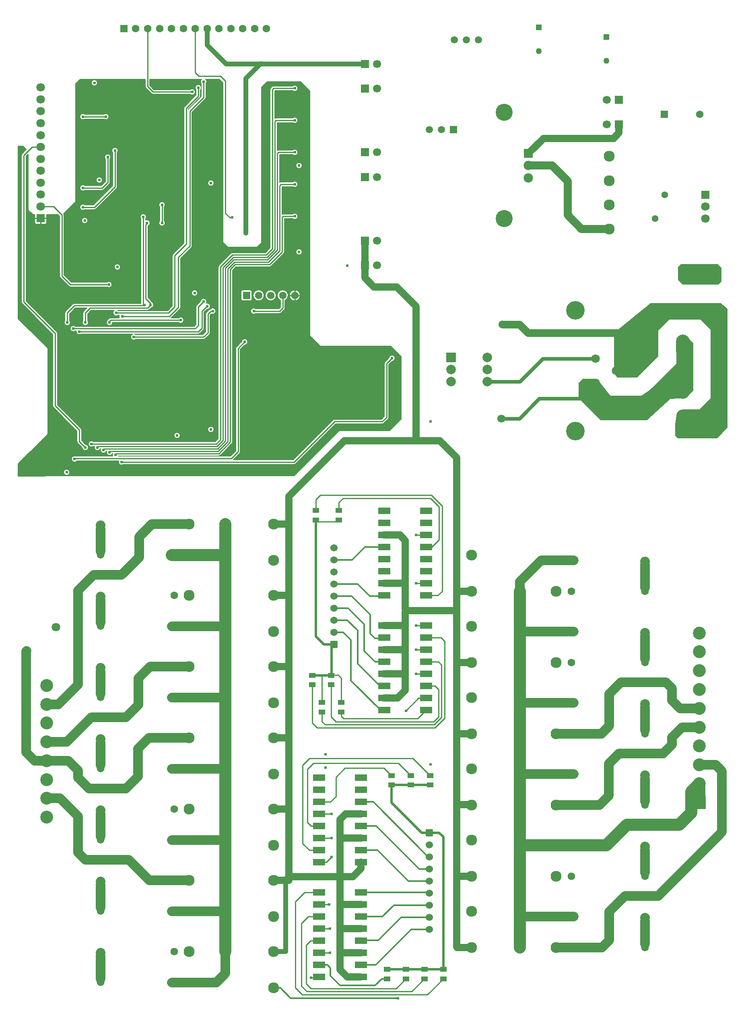
<source format=gbl>
G04 Layer: BottomLayer*
G04 EasyEDA Pro v2.1.49.573a4102.674264, 2024-03-15 18:46:32*
G04 Gerber Generator version 0.3*
G04 Scale: 100 percent, Rotated: No, Reflected: No*
G04 Dimensions in millimeters*
G04 Leading zeros omitted, absolute positions, 3 integers and 5 decimals*
%FSLAX35Y35*%
%MOMM*%
%AMRoundRect*1,1,$1,$2,$3*1,1,$1,$4,$5*1,1,$1,0-$2,0-$3*1,1,$1,0-$4,0-$5*20,1,$1,$2,$3,$4,$5,0*20,1,$1,$4,$5,0-$2,0-$3,0*20,1,$1,0-$2,0-$3,0-$4,0-$5,0*20,1,$1,0-$4,0-$5,$2,$3,0*4,1,4,$2,$3,$4,$5,0-$2,0-$3,0-$4,0-$5,$2,$3,0*%
%ADD8191C,0.2032*%
%ADD10C,0.254*%
%ADD11C,2.84308*%
%ADD12C,2.84508*%
%ADD13C,2.03108*%
%ADD14C,1.63508*%
%ADD15C,1.6*%
%ADD16C,1.5226*%
%ADD17C,1.524*%
%ADD18RoundRect,0.3048X0.6096X0.6096X0.6096X-0.6096*%
%ADD19RoundRect,0.3048X-0.6096X-0.6096X-0.6096X0.6096*%
%ADD20C,2.3*%
%ADD21R,1.37701X1.13254*%
%ADD22R,1.37701X1.13254*%
%ADD23C,2.79999*%
%ADD24C,1.5748*%
%ADD25R,1.5748X1.5748*%
%ADD26C,1.8*%
%ADD27R,1.6X1.6*%
%ADD28R,1.8X1.8*%
%ADD29R,1.8X1.8*%
%ADD30C,1.438*%
%ADD31R,1.7X1.7*%
%ADD32C,1.7*%
%ADD33C,2.69999*%
%ADD34R,2.7X2.7*%
%ADD35R,2.59999X1.4224*%
%ADD36R,2.59999X1.4224*%
%ADD37R,2.0X2.0*%
%ADD38C,2.0*%
%ADD39C,3.89999*%
%ADD40R,1.98X1.98*%
%ADD41C,1.98*%
%ADD42R,1.575X1.575*%
%ADD43C,1.575*%
%ADD44R,1.275X1.275*%
%ADD45C,1.275*%
%ADD46C,1.5*%
%ADD47R,1.7X1.7*%
%ADD48R,1.508X1.508*%
%ADD49C,1.508*%
%ADD50C,3.58499*%
%ADD51C,0.61*%
%ADD52C,2.54*%
%ADD53C,0.8*%
%ADD54C,1.65*%
%ADD55C,2.5*%
%ADD56C,0.305*%
%ADD57C,0.508*%
%ADD58C,1.0*%
G75*


G04 Copper Start*
G36*
G01X608204Y-9918237D02*
G03X601158Y-9921077I0J-10160D01*
G01X35814D01*
G01Y-9664404D01*
G01X647624Y-9052594D01*
G03X658114Y-9027269I-25324J25324D01*
G01Y-7251700D01*
G03X647624Y-7226376I-35814J0D01*
G01X35814Y-6614565D01*
G01Y-2981960D01*
G01X135492D01*
G01X206161Y-3052630D01*
G01X118095Y-3140695D01*
G03X103886Y-3175000I34305J-34305D01*
G01Y-6261100D01*
G03X118095Y-6295405I48514J0D01*
G01X764286Y-6941595D01*
G01Y-8445500D01*
G03X778495Y-8479805I48514J0D01*
G01X1272286Y-8973595D01*
G01Y-9194800D01*
G03X1286495Y-9229105I48514J0D01*
G01X1381527Y-9324136D01*
G03X1447800Y-9388114I66273J2336D01*
G03X1514114Y-9321800I0J66314D01*
G03X1450136Y-9255527I-66314J0D01*
G01X1369314Y-9174705D01*
G01Y-8953500D01*
G03X1355105Y-8919195I-48514J0D01*
G01X861314Y-8425405D01*
G01Y-6921500D01*
G03X847105Y-6887195I-48514J0D01*
G01X200914Y-6241005D01*
G01Y-3195095D01*
G01X243840Y-3152169D01*
G01Y-4318000D01*
G03X246816Y-4325184I10160J0D01*
G01X335716Y-4414084D01*
G03X342900Y-4417060I7184J7184D01*
G01X382059D01*
G01Y-4589203D01*
G03X417873Y-4625017I35814J0D01*
G01X597873D01*
G03X633687Y-4589203I0J35814D01*
G01Y-4417060D01*
G01X868651D01*
G01X903986Y-4452395D01*
G01Y-5715000D01*
G03X918195Y-5749305I48514J0D01*
G01X1095995Y-5927105D01*
G03X1130300Y-5941314I34305J34305D01*
G01X1897890D01*
G03X1943100Y-5959114I45210J48514D01*
G03X2009414Y-5892800I0J66314D01*
G03X1943100Y-5826486I-66314J0D01*
G03X1897890Y-5844286I0J-66314D01*
G01X1150395D01*
G01X1001014Y-5694905D01*
G01Y-4432300D01*
G03X993228Y-4405940I-48514J0D01*
G01X1239084Y-4160084D01*
G03X1242060Y-4152900I-7184J7184D01*
G01Y-1667908D01*
G01X1337708Y-1572260D01*
G01X2707386D01*
G01Y-1727200D01*
G03X2721595Y-1761505I48514J0D01*
G01X2835895Y-1875805D01*
G03X2870200Y-1890014I34305J34305D01*
G01X3650490D01*
G03X3695700Y-1907814I45210J48514D01*
G03X3762014Y-1841500I0J66314D01*
G03X3695700Y-1775186I-66314J0D01*
G03X3650490Y-1792986I0J-66314D01*
G01X2890295D01*
G01X2804414Y-1707105D01*
G01Y-1572260D01*
G01X3897599D01*
G03X3870686Y-1625600I39401J-53340D01*
G03X3888486Y-1670810I66314J0D01*
G01Y-1744248D01*
G03X3822700Y-1686286I-65786J-8352D01*
G03X3756386Y-1752600I0J-66314D01*
G03X3774186Y-1797810I66314J0D01*
G01Y-1910305D01*
G01X3534395Y-2150095D01*
G03X3520186Y-2184400I34305J-34305D01*
G01Y-5021805D01*
G01X3293095Y-5248895D01*
G03X3278886Y-5283200I34305J-34305D01*
G01Y-6342605D01*
G01X3180305Y-6441186D01*
G01X2140710D01*
G03X2135242Y-6436614I-45210J-48514D01*
G01X2755900D01*
G03X2790205Y-6422405I0J48514D01*
G01X2821736Y-6390873D01*
G03X2885714Y-6324600I-2336J66273D01*
G03X2866766Y-6278189I-66314J0D01*
G03X2853705Y-6254374I-47366J-10490D01*
G01X2768854Y-6169524D01*
G01Y-4658551D01*
G03X2809514Y-4597400I-25654J61151D01*
G03X2743200Y-4531086I-66314J0D01*
G03X2715514Y-4537142I0J-66314D01*
G01Y-4515610D01*
G03X2733314Y-4470400I-48514J45210D01*
G03X2667000Y-4404086I-66314J0D01*
G03X2600686Y-4470400I0J-66314D01*
G03X2618486Y-4515610I66314J0D01*
G01Y-6288786D01*
G01X1219200D01*
G03X1184895Y-6302995I0J-48514D01*
G01X1032495Y-6455395D01*
G03X1018286Y-6489700I34305J-34305D01*
G01Y-6647690D01*
G03X1000486Y-6692900I48514J-45210D01*
G03X1066800Y-6759214I66314J0D01*
G03X1133114Y-6692900I0J66314D01*
G03X1115314Y-6647690I-66314J0D01*
G01Y-6509795D01*
G01X1239295Y-6385814D01*
G01X1483077D01*
G01X1413495Y-6455395D01*
G03X1399286Y-6489700I34305J-34305D01*
G01Y-6647690D01*
G03X1381486Y-6692900I48514J-45210D01*
G03X1447800Y-6759214I66314J0D01*
G03X1514114Y-6692900I0J66314D01*
G03X1496314Y-6647690I-66314J0D01*
G01Y-6509795D01*
G01X1569495Y-6436614D01*
G01X2055758D01*
G03X2029186Y-6489700I39742J-53086D01*
G03X2095500Y-6556014I66314J0D01*
G03X2140710Y-6538214I0J66314D01*
G01X2162242D01*
G03X2156186Y-6565900I60258J-27686D01*
G03X2162242Y-6593586I66314J0D01*
G01X1981200D01*
G03X1946895Y-6607795I0J-48514D01*
G01X1921495Y-6633195D01*
G03X1915857Y-6639965I34305J-34305D01*
G03X1889486Y-6692900I39943J-52935D01*
G03X1955800Y-6759214I66314J0D01*
G03X2022114Y-6692900I0J66314D01*
G01X2022075Y-6690614D01*
G01X3409190D01*
G03X3454400Y-6708414I45210J48514D01*
G03X3520714Y-6642100I0J66314D01*
G03X3454400Y-6575786I-66314J0D01*
G03X3409190Y-6593586I0J-66314D01*
G01X3254023D01*
G01X3437905Y-6409705D01*
G03X3452114Y-6375400I-34305J34305D01*
G01Y-5341395D01*
G01X3679205Y-5114305D01*
G03X3693414Y-5080000I-34305J34305D01*
G01Y-2267995D01*
G01X3971305Y-1990105D01*
G03X3985514Y-1955800I-34305J34305D01*
G01Y-1670810D01*
G03X4003314Y-1625600I-48514J45210D01*
G03X3976401Y-1572260I-66314J0D01*
G01X4262992D01*
G01X4345686Y-1654954D01*
G01Y-4394200D01*
G03X4345940Y-4399158I48514J0D01*
G01Y-5003800D01*
G03X4348916Y-5010984I10160J0D01*
G01X4437816Y-5099884D01*
G03X4445000Y-5102860I7184J7184D01*
G01X5067300D01*
G03X5074484Y-5099884I0J10160D01*
G01X5150684Y-5023684D01*
G03X5153660Y-5016500I-7184J7184D01*
G01Y-1744108D01*
G01X5274708Y-1623060D01*
G01X5977492D01*
G01X6174740Y-1820308D01*
G01Y-6972300D01*
G03X6177716Y-6979484I10160J0D01*
G01X6380916Y-7182684D01*
G03X6388100Y-7185660I7184J7184D01*
G01X7869792D01*
G01X8092440Y-7408308D01*
G01Y-8720692D01*
G01X7844392Y-8968740D01*
G01X6794500D01*
G03X6787316Y-8971716I0J-10160D01*
G01X5840795Y-9918237D01*
G01X608204D01*
G37*
%LPC*%
G36*
G01X2209800Y-9692914D02*
G03X2255010Y-9675114I0J66314D01*
G01X5842000D01*
G03X5876305Y-9660905I0J48514D01*
G01X6712995Y-8824214D01*
G01X7696304D01*
G03X7730609Y-8810005I0J48514D01*
G01X7819405Y-8721209D01*
G03X7833614Y-8686904I-34305J34305D01*
G01Y-7576595D01*
G01X7901736Y-7508473D01*
G03X7965714Y-7442200I-2336J66273D01*
G03X7899400Y-7375886I-66314J0D01*
G03X7833127Y-7439864I0J-66314D01*
G01X7750795Y-7522195D01*
G03X7736586Y-7556500I34305J-34305D01*
G01Y-8666809D01*
G01X7676209Y-8727186D01*
G01X6692900D01*
G03X6658595Y-8741395I0J-48514D01*
G01X5821905Y-9578086D01*
G01X4562123D01*
G01X4695205Y-9445005D01*
G03X4709414Y-9410700I-34305J34305D01*
G01Y-7259095D01*
G01X4802936Y-7165573D01*
G03X4866914Y-7099300I-2336J66273D01*
G03X4800600Y-7032986I-66314J0D01*
G03X4734327Y-7096964I0J-66314D01*
G01X4626595Y-7204695D01*
G03X4612386Y-7239000I34305J-34305D01*
G01Y-9390605D01*
G01X4501105Y-9501886D01*
G01X2143058D01*
G03X2144955Y-9497314I-60258J27686D01*
G01X4254500D01*
G03X4288805Y-9483105I0J48514D01*
G01X4530105Y-9241805D01*
G03X4544314Y-9207500I-34305J34305D01*
G01Y-5595395D01*
G01X4617495Y-5522214D01*
G01X5321300D01*
G03X5355605Y-5508005I0J48514D01*
G01X5622305Y-5241305D01*
G03X5636514Y-5207000I-34305J34305D01*
G01Y-4506214D01*
G01X5809490D01*
G03X5854700Y-4524014I45210J48514D01*
G03X5921014Y-4457700I0J66314D01*
G03X5854700Y-4391386I-66314J0D01*
G03X5809490Y-4409186I0J-66314D01*
G01X5613400D01*
G03X5585714Y-4417862I0J-48514D01*
G01Y-3833114D01*
G01X5809490D01*
G03X5854700Y-3850914I45210J48514D01*
G03X5921014Y-3784600I0J66314D01*
G03X5854700Y-3718286I-66314J0D01*
G03X5809490Y-3736086I0J-66314D01*
G01X5562600D01*
G03X5534914Y-3744762I0J-48514D01*
G01Y-3160014D01*
G01X5809490D01*
G03X5854700Y-3177814I45210J48514D01*
G03X5921014Y-3111500I0J66314D01*
G03X5854700Y-3045186I-66314J0D01*
G03X5809490Y-3062986I0J-66314D01*
G01X5511800D01*
G03X5484114Y-3071662I0J-48514D01*
G01Y-2486914D01*
G01X5809490D01*
G03X5854700Y-2504714I45210J48514D01*
G03X5921014Y-2438400I0J66314D01*
G03X5854700Y-2372086I-66314J0D01*
G03X5809490Y-2389886I0J-66314D01*
G01X5461000D01*
G03X5433314Y-2398562I0J-48514D01*
G01Y-1813814D01*
G01X5809490D01*
G03X5854700Y-1831614I45210J48514D01*
G03X5921014Y-1765300I0J66314D01*
G03X5854700Y-1698986I-66314J0D01*
G03X5809490Y-1716786I0J-66314D01*
G01X5410200D01*
G03X5375895Y-1730995I0J-48514D01*
G01X5350495Y-1756395D01*
G03X5336286Y-1790700I34305J-34305D01*
G01Y-5123405D01*
G01X5237705Y-5221986D01*
G01X4546600D01*
G03X4512295Y-5236195I0J-48514D01*
G01X4258295Y-5490195D01*
G03X4244086Y-5524500I34305J-34305D01*
G01Y-9136605D01*
G01X4183605Y-9197086D01*
G01X1620010D01*
G03X1574800Y-9179286I-45210J-48514D01*
G03X1508486Y-9245600I0J-66314D01*
G03X1574800Y-9311914I66314J0D01*
G03X1620010Y-9294114I0J66314D01*
G01X1641542D01*
G03X1635486Y-9321800I60258J-27686D01*
G03X1701800Y-9388114I66314J0D01*
G03X1763955Y-9344914I0J66314D01*
G01X1768542D01*
G03X1762486Y-9372600I60258J-27686D01*
G03X1828800Y-9438914I66314J0D01*
G03X1890955Y-9395714I0J66314D01*
G01X1895542D01*
G03X1889486Y-9423400I60258J-27686D01*
G03X1955800Y-9489714I66314J0D01*
G03X2017955Y-9446514I0J66314D01*
G01X2022542D01*
G03X2016486Y-9474200I60258J-27686D01*
G03X2022542Y-9501886I66314J0D01*
G01X1244703D01*
G03X1219200Y-9496786I-25503J-61214D01*
G03X1152886Y-9563100I0J-66314D01*
G03X1219200Y-9629414I66314J0D01*
G03X1275011Y-9598914I0J66314D01*
G01X2149542D01*
G03X2143486Y-9626600I60258J-27686D01*
G03X2209800Y-9692914I66314J0D01*
G37*
G36*
G01X2400064Y-6996072D02*
G03X2466378Y-7062386I66314J0D01*
G03X2511588Y-7044586I0J66314D01*
G01X3938628D01*
G03X3972933Y-7030376I0J48514D01*
G01X4060205Y-6943105D01*
G03X4074414Y-6908800I-34305J34305D01*
G01Y-6535195D01*
G01X4096795Y-6512814D01*
G01X4101997D01*
G03X4127500Y-6517914I25503J61214D01*
G03X4193814Y-6451600I0J66314D01*
G03X4127500Y-6385286I-66314J0D01*
G03X4071511Y-6416064I0J-66314D01*
G03X4042395Y-6429995I5189J-48236D01*
G01X3991595Y-6480795D01*
G03X3977386Y-6515100I34305J-34305D01*
G01Y-6888705D01*
G01X3918533Y-6947558D01*
G01X2511588D01*
G03X2483152Y-6931914I-45210J-48514D01*
G01X3822700D01*
G03X3857005Y-6917705I0J48514D01*
G01X3933205Y-6841505D01*
G03X3947414Y-6807200I-34305J34305D01*
G01Y-6471695D01*
G01X4003507Y-6415602D01*
G03X4013200Y-6416314I9693J65602D01*
G03X4079514Y-6350000I0J66314D01*
G03X4013200Y-6283686I-66314J0D01*
G03X3990390Y-6287732I0J-66314D01*
G03X4003314Y-6248400I-53390J39332D01*
G03X3937000Y-6182086I-66314J0D01*
G03X3870727Y-6246064I0J-66314D01*
G01X3788395Y-6328395D01*
G03X3774186Y-6362700I34305J-34305D01*
G01Y-6736305D01*
G01X3739105Y-6771386D01*
G01X1239010D01*
G03X1193800Y-6753586I-45210J-48514D01*
G03X1127486Y-6819900I0J-66314D01*
G03X1193800Y-6886214I66314J0D01*
G03X1239010Y-6868414I0J66314D01*
G01X1256201D01*
G03X1254486Y-6883400I64599J-14986D01*
G03X1320800Y-6949714I66314J0D01*
G03X1366010Y-6931914I0J66314D01*
G01X2449604D01*
G03X2400064Y-6996072I16774J-64158D01*
G37*
G36*
G01X1397000Y-4333514D02*
G03X1442210Y-4315714I0J66314D01*
G01X1638300D01*
G03X1672605Y-4301505I0J48514D01*
G01X2104405Y-3869705D01*
G03X2118614Y-3835400I-34305J34305D01*
G01Y-3118610D01*
G03X2136414Y-3073400I-48514J45210D01*
G03X2070100Y-3007086I-66314J0D01*
G03X2003786Y-3073400I0J-66314D01*
G03X2021586Y-3118610I66314J0D01*
G01Y-3815305D01*
G01X1618205Y-4218686D01*
G01X1442210D01*
G03X1397000Y-4200886I-45210J-48514D01*
G03X1330686Y-4267200I0J-66314D01*
G03X1397000Y-4333514I66314J0D01*
G37*
G36*
G01X1397000Y-3927114D02*
G03X1442210Y-3909314I0J66314D01*
G01X1803400D01*
G03X1837705Y-3895105I0J48514D01*
G01X1952005Y-3780805D01*
G03X1966214Y-3746500I-34305J34305D01*
G01Y-3258310D01*
G03X1984014Y-3213100I-48514J45210D01*
G03X1917700Y-3146786I-66314J0D01*
G03X1851386Y-3213100I0J-66314D01*
G03X1869186Y-3258310I66314J0D01*
G01Y-3726405D01*
G01X1783305Y-3812286D01*
G01X1442210D01*
G03X1397000Y-3794486I-45210J-48514D01*
G03X1330686Y-3860800I0J-66314D01*
G03X1397000Y-3927114I66314J0D01*
G37*
G36*
G01X4991100Y-6517914D02*
G03X5036310Y-6500114I0J66314D01*
G01X5537200D01*
G03X5571505Y-6485905I0J48514D01*
G01X5635005Y-6422405D01*
G03X5649214Y-6388100I-34305J34305D01*
G01Y-6225174D01*
G03X5715254Y-6121400I-48514J103774D01*
G03X5600700Y-6006846I-114554J0D01*
G03X5486146Y-6121400I0J-114554D01*
G03X5552186Y-6225174I114554J0D01*
G01Y-6368005D01*
G01X5517105Y-6403086D01*
G01X5036310D01*
G03X4991100Y-6385286I-45210J-48514D01*
G03X4924786Y-6451600I0J-66314D01*
G03X4991100Y-6517914I66314J0D01*
G37*
G36*
G01X1397000Y-2428514D02*
G03X1442210Y-2410714I0J66314D01*
G01X1834390D01*
G03X1879600Y-2428514I45210J48514D01*
G03X1945914Y-2362200I0J66314D01*
G03X1879600Y-2295886I-66314J0D01*
G03X1834390Y-2313686I0J-66314D01*
G01X1442210D01*
G03X1397000Y-2295886I-45210J-48514D01*
G03X1330686Y-2362200I0J-66314D01*
G03X1397000Y-2428514I66314J0D01*
G37*
G36*
G01X3060700Y-4663714D02*
G03X3127014Y-4597400I0J66314D01*
G03X3109214Y-4552190I-66314J0D01*
G01Y-4261610D01*
G03X3127014Y-4216400I-48514J45210D01*
G03X3060700Y-4150086I-66314J0D01*
G03X2994386Y-4216400I0J-66314D01*
G03X3012186Y-4261610I66314J0D01*
G01Y-4552190D01*
G03X2994386Y-4597400I48514J-45210D01*
G03X3060700Y-4663714I66314J0D01*
G37*
G36*
G01X5854700Y-6235954D02*
G03X5969254Y-6121400I0J114554D01*
G03X5854700Y-6006846I-114554J0D01*
G03X5740146Y-6121400I0J-114554D01*
G03X5854700Y-6235954I114554J0D01*
G37*
G36*
G01X5346700Y-6235954D02*
G03X5461254Y-6121400I0J114554D01*
G03X5346700Y-6006846I-114554J0D01*
G03X5232146Y-6121400I0J-114554D01*
G03X5346700Y-6235954I114554J0D01*
G37*
G36*
G01X5092700Y-6235954D02*
G03X5207254Y-6121400I0J114554D01*
G03X5092700Y-6006846I-114554J0D01*
G03X4978146Y-6121400I0J-114554D01*
G03X5092700Y-6235954I114554J0D01*
G37*
G36*
G01X4917440Y-6235954D02*
G03X4953254Y-6200140I0J35814D01*
G01Y-6042660D01*
G03X4917440Y-6006846I-35814J0D01*
G01X4759960D01*
G03X4724146Y-6042660I0J-35814D01*
G01Y-6200140D01*
G03X4759960Y-6235954I35814J0D01*
G01X4917440D01*
G37*
G36*
G01X5943600Y-5273314D02*
G03X6009914Y-5207000I0J66314D01*
G03X5943600Y-5140686I-66314J0D01*
G03X5877286Y-5207000I0J-66314D01*
G03X5943600Y-5273314I66314J0D01*
G37*
G36*
G01X3680186Y-6070600D02*
G03X3746500Y-6136914I66314J0D01*
G03X3812814Y-6070600I0J66314D01*
G03X3746500Y-6004286I-66314J0D01*
G03X3680186Y-6070600I0J-66314D01*
G37*
G36*
G01X4023086Y-8940800D02*
G03X4089400Y-9007114I66314J0D01*
G03X4155714Y-8940800I0J66314D01*
G03X4089400Y-8874486I-66314J0D01*
G03X4023086Y-8940800I0J-66314D01*
G37*
G36*
G01X4089400Y-3825514D02*
G03X4155714Y-3759200I0J66314D01*
G03X4089400Y-3692886I-66314J0D01*
G03X4023086Y-3759200I0J-66314D01*
G03X4089400Y-3825514I66314J0D01*
G37*
G36*
G01X3378200Y-9134114D02*
G03X3444514Y-9067800I0J66314D01*
G03X3378200Y-9001486I-66314J0D01*
G03X3311886Y-9067800I0J-66314D01*
G03X3378200Y-9134114I66314J0D01*
G37*
G36*
G01X5943600Y-3457214D02*
G03X6009914Y-3390900I0J66314D01*
G03X5943600Y-3324586I-66314J0D01*
G03X5877286Y-3390900I0J-66314D01*
G03X5943600Y-3457214I66314J0D01*
G37*
G36*
G01X1435100Y-4612914D02*
G03X1501414Y-4546600I0J66314D01*
G03X1435100Y-4480286I-66314J0D01*
G03X1368786Y-4546600I0J-66314D01*
G03X1435100Y-4612914I66314J0D01*
G37*
G36*
G01X1054100Y-9908814D02*
G03X1120414Y-9842500I0J66314D01*
G03X1054100Y-9776186I-66314J0D01*
G03X987786Y-9842500I0J-66314D01*
G03X1054100Y-9908814I66314J0D01*
G37*
G36*
G01X2120900Y-5590814D02*
G03X2187214Y-5524500I0J66314D01*
G03X2120900Y-5458186I-66314J0D01*
G03X2054586Y-5524500I0J-66314D01*
G03X2120900Y-5590814I66314J0D01*
G37*
G36*
G01X1673586Y-3695700D02*
G03X1739900Y-3762014I66314J0D01*
G03X1806214Y-3695700I0J66314D01*
G03X1739900Y-3629386I-66314J0D01*
G03X1673586Y-3695700I0J-66314D01*
G37*
G36*
G01X1638300Y-1717314D02*
G03X1704614Y-1651000I0J66314D01*
G03X1638300Y-1584686I-66314J0D01*
G03X1571986Y-1651000I0J-66314D01*
G03X1638300Y-1717314I66314J0D01*
G37*
%LPD*%
G36*
G01X3888486Y-1935705D02*
G01X3617214Y-2206977D01*
G01Y-2204495D01*
G01X3857005Y-1964705D01*
G03X3871214Y-1930400I-34305J34305D01*
G01Y-1797810D01*
G03X3888486Y-1760952I-48514J45210D01*
G01Y-1935705D01*
G37*
G54D8191*
G01X608204Y-9918237D02*
G03X601158Y-9921077I0J-10160D01*
G01X35814D01*
G01Y-9664404D01*
G01X647624Y-9052594D01*
G03X658114Y-9027269I-25324J25324D01*
G01Y-7251700D01*
G03X647624Y-7226376I-35814J0D01*
G01X35814Y-6614565D01*
G01Y-2981960D01*
G01X135492D01*
G01X206161Y-3052630D01*
G01X118095Y-3140695D01*
G03X103886Y-3175000I34305J-34305D01*
G01Y-6261100D01*
G03X118095Y-6295405I48514J0D01*
G01X764286Y-6941595D01*
G01Y-8445500D01*
G03X778495Y-8479805I48514J0D01*
G01X1272286Y-8973595D01*
G01Y-9194800D01*
G03X1286495Y-9229105I48514J0D01*
G01X1381527Y-9324136D01*
G03X1447800Y-9388114I66273J2336D01*
G03X1514114Y-9321800I0J66314D01*
G03X1450136Y-9255527I-66314J0D01*
G01X1369314Y-9174705D01*
G01Y-8953500D01*
G03X1355105Y-8919195I-48514J0D01*
G01X861314Y-8425405D01*
G01Y-6921500D01*
G03X847105Y-6887195I-48514J0D01*
G01X200914Y-6241005D01*
G01Y-3195095D01*
G01X243840Y-3152169D01*
G01Y-4318000D01*
G03X246816Y-4325184I10160J0D01*
G01X335716Y-4414084D01*
G03X342900Y-4417060I7184J7184D01*
G01X382059D01*
G01Y-4589203D01*
G03X417873Y-4625017I35814J0D01*
G01X597873D01*
G03X633687Y-4589203I0J35814D01*
G01Y-4417060D01*
G01X868651D01*
G01X903986Y-4452395D01*
G01Y-5715000D01*
G03X918195Y-5749305I48514J0D01*
G01X1095995Y-5927105D01*
G03X1130300Y-5941314I34305J34305D01*
G01X1897890D01*
G03X1943100Y-5959114I45210J48514D01*
G03X2009414Y-5892800I0J66314D01*
G03X1943100Y-5826486I-66314J0D01*
G03X1897890Y-5844286I0J-66314D01*
G01X1150395D01*
G01X1001014Y-5694905D01*
G01Y-4432300D01*
G03X993228Y-4405940I-48514J0D01*
G01X1239084Y-4160084D01*
G03X1242060Y-4152900I-7184J7184D01*
G01Y-1667908D01*
G01X1337708Y-1572260D01*
G01X2707386D01*
G01Y-1727200D01*
G03X2721595Y-1761505I48514J0D01*
G01X2835895Y-1875805D01*
G03X2870200Y-1890014I34305J34305D01*
G01X3650490D01*
G03X3695700Y-1907814I45210J48514D01*
G03X3762014Y-1841500I0J66314D01*
G03X3695700Y-1775186I-66314J0D01*
G03X3650490Y-1792986I0J-66314D01*
G01X2890295D01*
G01X2804414Y-1707105D01*
G01Y-1572260D01*
G01X3897599D01*
G03X3870686Y-1625600I39401J-53340D01*
G03X3888486Y-1670810I66314J0D01*
G01Y-1744248D01*
G03X3822700Y-1686286I-65786J-8352D01*
G03X3756386Y-1752600I0J-66314D01*
G03X3774186Y-1797810I66314J0D01*
G01Y-1910305D01*
G01X3534395Y-2150095D01*
G03X3520186Y-2184400I34305J-34305D01*
G01Y-5021805D01*
G01X3293095Y-5248895D01*
G03X3278886Y-5283200I34305J-34305D01*
G01Y-6342605D01*
G01X3180305Y-6441186D01*
G01X2140710D01*
G03X2135242Y-6436614I-45210J-48514D01*
G01X2755900D01*
G03X2790205Y-6422405I0J48514D01*
G01X2821736Y-6390873D01*
G03X2885714Y-6324600I-2336J66273D01*
G03X2866766Y-6278189I-66314J0D01*
G03X2853705Y-6254374I-47366J-10490D01*
G01X2768854Y-6169524D01*
G01Y-4658551D01*
G03X2809514Y-4597400I-25654J61151D01*
G03X2743200Y-4531086I-66314J0D01*
G03X2715514Y-4537142I0J-66314D01*
G01Y-4515610D01*
G03X2733314Y-4470400I-48514J45210D01*
G03X2667000Y-4404086I-66314J0D01*
G03X2600686Y-4470400I0J-66314D01*
G03X2618486Y-4515610I66314J0D01*
G01Y-6288786D01*
G01X1219200D01*
G03X1184895Y-6302995I0J-48514D01*
G01X1032495Y-6455395D01*
G03X1018286Y-6489700I34305J-34305D01*
G01Y-6647690D01*
G03X1000486Y-6692900I48514J-45210D01*
G03X1066800Y-6759214I66314J0D01*
G03X1133114Y-6692900I0J66314D01*
G03X1115314Y-6647690I-66314J0D01*
G01Y-6509795D01*
G01X1239295Y-6385814D01*
G01X1483077D01*
G01X1413495Y-6455395D01*
G03X1399286Y-6489700I34305J-34305D01*
G01Y-6647690D01*
G03X1381486Y-6692900I48514J-45210D01*
G03X1447800Y-6759214I66314J0D01*
G03X1514114Y-6692900I0J66314D01*
G03X1496314Y-6647690I-66314J0D01*
G01Y-6509795D01*
G01X1569495Y-6436614D01*
G01X2055758D01*
G03X2029186Y-6489700I39742J-53086D01*
G03X2095500Y-6556014I66314J0D01*
G03X2140710Y-6538214I0J66314D01*
G01X2162242D01*
G03X2156186Y-6565900I60258J-27686D01*
G03X2162242Y-6593586I66314J0D01*
G01X1981200D01*
G03X1946895Y-6607795I0J-48514D01*
G01X1921495Y-6633195D01*
G03X1915857Y-6639965I34305J-34305D01*
G03X1889486Y-6692900I39943J-52935D01*
G03X1955800Y-6759214I66314J0D01*
G03X2022114Y-6692900I0J66314D01*
G01X2022075Y-6690614D01*
G01X3409190D01*
G03X3454400Y-6708414I45210J48514D01*
G03X3520714Y-6642100I0J66314D01*
G03X3454400Y-6575786I-66314J0D01*
G03X3409190Y-6593586I0J-66314D01*
G01X3254023D01*
G01X3437905Y-6409705D01*
G03X3452114Y-6375400I-34305J34305D01*
G01Y-5341395D01*
G01X3679205Y-5114305D01*
G03X3693414Y-5080000I-34305J34305D01*
G01Y-2267995D01*
G01X3971305Y-1990105D01*
G03X3985514Y-1955800I-34305J34305D01*
G01Y-1670810D01*
G03X4003314Y-1625600I-48514J45210D01*
G03X3976401Y-1572260I-66314J0D01*
G01X4262992D01*
G01X4345686Y-1654954D01*
G01Y-4394200D01*
G03X4345940Y-4399158I48514J0D01*
G01Y-5003800D01*
G03X4348916Y-5010984I10160J0D01*
G01X4437816Y-5099884D01*
G03X4445000Y-5102860I7184J7184D01*
G01X5067300D01*
G03X5074484Y-5099884I0J10160D01*
G01X5150684Y-5023684D01*
G03X5153660Y-5016500I-7184J7184D01*
G01Y-1744108D01*
G01X5274708Y-1623060D01*
G01X5977492D01*
G01X6174740Y-1820308D01*
G01Y-6972300D01*
G03X6177716Y-6979484I10160J0D01*
G01X6380916Y-7182684D01*
G03X6388100Y-7185660I7184J7184D01*
G01X7869792D01*
G01X8092440Y-7408308D01*
G01Y-8720692D01*
G01X7844392Y-8968740D01*
G01X6794500D01*
G03X6787316Y-8971716I0J-10160D01*
G01X5840795Y-9918237D01*
G01X608204D01*
G01X2209800Y-9692914D02*
G03X2255010Y-9675114I0J66314D01*
G01X5842000D01*
G03X5876305Y-9660905I0J48514D01*
G01X6712995Y-8824214D01*
G01X7696304D01*
G03X7730609Y-8810005I0J48514D01*
G01X7819405Y-8721209D01*
G03X7833614Y-8686904I-34305J34305D01*
G01Y-7576595D01*
G01X7901736Y-7508473D01*
G03X7965714Y-7442200I-2336J66273D01*
G03X7899400Y-7375886I-66314J0D01*
G03X7833127Y-7439864I0J-66314D01*
G01X7750795Y-7522195D01*
G03X7736586Y-7556500I34305J-34305D01*
G01Y-8666809D01*
G01X7676209Y-8727186D01*
G01X6692900D01*
G03X6658595Y-8741395I0J-48514D01*
G01X5821905Y-9578086D01*
G01X4562123D01*
G01X4695205Y-9445005D01*
G03X4709414Y-9410700I-34305J34305D01*
G01Y-7259095D01*
G01X4802936Y-7165573D01*
G03X4866914Y-7099300I-2336J66273D01*
G03X4800600Y-7032986I-66314J0D01*
G03X4734327Y-7096964I0J-66314D01*
G01X4626595Y-7204695D01*
G03X4612386Y-7239000I34305J-34305D01*
G01Y-9390605D01*
G01X4501105Y-9501886D01*
G01X2143058D01*
G03X2144955Y-9497314I-60258J27686D01*
G01X4254500D01*
G03X4288805Y-9483105I0J48514D01*
G01X4530105Y-9241805D01*
G03X4544314Y-9207500I-34305J34305D01*
G01Y-5595395D01*
G01X4617495Y-5522214D01*
G01X5321300D01*
G03X5355605Y-5508005I0J48514D01*
G01X5622305Y-5241305D01*
G03X5636514Y-5207000I-34305J34305D01*
G01Y-4506214D01*
G01X5809490D01*
G03X5854700Y-4524014I45210J48514D01*
G03X5921014Y-4457700I0J66314D01*
G03X5854700Y-4391386I-66314J0D01*
G03X5809490Y-4409186I0J-66314D01*
G01X5613400D01*
G03X5585714Y-4417862I0J-48514D01*
G01Y-3833114D01*
G01X5809490D01*
G03X5854700Y-3850914I45210J48514D01*
G03X5921014Y-3784600I0J66314D01*
G03X5854700Y-3718286I-66314J0D01*
G03X5809490Y-3736086I0J-66314D01*
G01X5562600D01*
G03X5534914Y-3744762I0J-48514D01*
G01Y-3160014D01*
G01X5809490D01*
G03X5854700Y-3177814I45210J48514D01*
G03X5921014Y-3111500I0J66314D01*
G03X5854700Y-3045186I-66314J0D01*
G03X5809490Y-3062986I0J-66314D01*
G01X5511800D01*
G03X5484114Y-3071662I0J-48514D01*
G01Y-2486914D01*
G01X5809490D01*
G03X5854700Y-2504714I45210J48514D01*
G03X5921014Y-2438400I0J66314D01*
G03X5854700Y-2372086I-66314J0D01*
G03X5809490Y-2389886I0J-66314D01*
G01X5461000D01*
G03X5433314Y-2398562I0J-48514D01*
G01Y-1813814D01*
G01X5809490D01*
G03X5854700Y-1831614I45210J48514D01*
G03X5921014Y-1765300I0J66314D01*
G03X5854700Y-1698986I-66314J0D01*
G03X5809490Y-1716786I0J-66314D01*
G01X5410200D01*
G03X5375895Y-1730995I0J-48514D01*
G01X5350495Y-1756395D01*
G03X5336286Y-1790700I34305J-34305D01*
G01Y-5123405D01*
G01X5237705Y-5221986D01*
G01X4546600D01*
G03X4512295Y-5236195I0J-48514D01*
G01X4258295Y-5490195D01*
G03X4244086Y-5524500I34305J-34305D01*
G01Y-9136605D01*
G01X4183605Y-9197086D01*
G01X1620010D01*
G03X1574800Y-9179286I-45210J-48514D01*
G03X1508486Y-9245600I0J-66314D01*
G03X1574800Y-9311914I66314J0D01*
G03X1620010Y-9294114I0J66314D01*
G01X1641542D01*
G03X1635486Y-9321800I60258J-27686D01*
G03X1701800Y-9388114I66314J0D01*
G03X1763955Y-9344914I0J66314D01*
G01X1768542D01*
G03X1762486Y-9372600I60258J-27686D01*
G03X1828800Y-9438914I66314J0D01*
G03X1890955Y-9395714I0J66314D01*
G01X1895542D01*
G03X1889486Y-9423400I60258J-27686D01*
G03X1955800Y-9489714I66314J0D01*
G03X2017955Y-9446514I0J66314D01*
G01X2022542D01*
G03X2016486Y-9474200I60258J-27686D01*
G03X2022542Y-9501886I66314J0D01*
G01X1244703D01*
G03X1219200Y-9496786I-25503J-61214D01*
G03X1152886Y-9563100I0J-66314D01*
G03X1219200Y-9629414I66314J0D01*
G03X1275011Y-9598914I0J66314D01*
G01X2149542D01*
G03X2143486Y-9626600I60258J-27686D01*
G03X2209800Y-9692914I66314J0D01*
G01X2400064Y-6996072D02*
G03X2466378Y-7062386I66314J0D01*
G03X2511588Y-7044586I0J66314D01*
G01X3938628D01*
G03X3972933Y-7030376I0J48514D01*
G01X4060205Y-6943105D01*
G03X4074414Y-6908800I-34305J34305D01*
G01Y-6535195D01*
G01X4096795Y-6512814D01*
G01X4101997D01*
G03X4127500Y-6517914I25503J61214D01*
G03X4193814Y-6451600I0J66314D01*
G03X4127500Y-6385286I-66314J0D01*
G03X4071511Y-6416064I0J-66314D01*
G03X4042395Y-6429995I5189J-48236D01*
G01X3991595Y-6480795D01*
G03X3977386Y-6515100I34305J-34305D01*
G01Y-6888705D01*
G01X3918533Y-6947558D01*
G01X2511588D01*
G03X2483152Y-6931914I-45210J-48514D01*
G01X3822700D01*
G03X3857005Y-6917705I0J48514D01*
G01X3933205Y-6841505D01*
G03X3947414Y-6807200I-34305J34305D01*
G01Y-6471695D01*
G01X4003507Y-6415602D01*
G03X4013200Y-6416314I9693J65602D01*
G03X4079514Y-6350000I0J66314D01*
G03X4013200Y-6283686I-66314J0D01*
G03X3990390Y-6287732I0J-66314D01*
G03X4003314Y-6248400I-53390J39332D01*
G03X3937000Y-6182086I-66314J0D01*
G03X3870727Y-6246064I0J-66314D01*
G01X3788395Y-6328395D01*
G03X3774186Y-6362700I34305J-34305D01*
G01Y-6736305D01*
G01X3739105Y-6771386D01*
G01X1239010D01*
G03X1193800Y-6753586I-45210J-48514D01*
G03X1127486Y-6819900I0J-66314D01*
G03X1193800Y-6886214I66314J0D01*
G03X1239010Y-6868414I0J66314D01*
G01X1256201D01*
G03X1254486Y-6883400I64599J-14986D01*
G03X1320800Y-6949714I66314J0D01*
G03X1366010Y-6931914I0J66314D01*
G01X2449604D01*
G03X2400064Y-6996072I16774J-64158D01*
G01X1397000Y-4333514D02*
G03X1442210Y-4315714I0J66314D01*
G01X1638300D01*
G03X1672605Y-4301505I0J48514D01*
G01X2104405Y-3869705D01*
G03X2118614Y-3835400I-34305J34305D01*
G01Y-3118610D01*
G03X2136414Y-3073400I-48514J45210D01*
G03X2070100Y-3007086I-66314J0D01*
G03X2003786Y-3073400I0J-66314D01*
G03X2021586Y-3118610I66314J0D01*
G01Y-3815305D01*
G01X1618205Y-4218686D01*
G01X1442210D01*
G03X1397000Y-4200886I-45210J-48514D01*
G03X1330686Y-4267200I0J-66314D01*
G03X1397000Y-4333514I66314J0D01*
G01X1397000Y-3927114D02*
G03X1442210Y-3909314I0J66314D01*
G01X1803400D01*
G03X1837705Y-3895105I0J48514D01*
G01X1952005Y-3780805D01*
G03X1966214Y-3746500I-34305J34305D01*
G01Y-3258310D01*
G03X1984014Y-3213100I-48514J45210D01*
G03X1917700Y-3146786I-66314J0D01*
G03X1851386Y-3213100I0J-66314D01*
G03X1869186Y-3258310I66314J0D01*
G01Y-3726405D01*
G01X1783305Y-3812286D01*
G01X1442210D01*
G03X1397000Y-3794486I-45210J-48514D01*
G03X1330686Y-3860800I0J-66314D01*
G03X1397000Y-3927114I66314J0D01*
G01X4991100Y-6517914D02*
G03X5036310Y-6500114I0J66314D01*
G01X5537200D01*
G03X5571505Y-6485905I0J48514D01*
G01X5635005Y-6422405D01*
G03X5649214Y-6388100I-34305J34305D01*
G01Y-6225174D01*
G03X5715254Y-6121400I-48514J103774D01*
G03X5600700Y-6006846I-114554J0D01*
G03X5486146Y-6121400I0J-114554D01*
G03X5552186Y-6225174I114554J0D01*
G01Y-6368005D01*
G01X5517105Y-6403086D01*
G01X5036310D01*
G03X4991100Y-6385286I-45210J-48514D01*
G03X4924786Y-6451600I0J-66314D01*
G03X4991100Y-6517914I66314J0D01*
G01X1397000Y-2428514D02*
G03X1442210Y-2410714I0J66314D01*
G01X1834390D01*
G03X1879600Y-2428514I45210J48514D01*
G03X1945914Y-2362200I0J66314D01*
G03X1879600Y-2295886I-66314J0D01*
G03X1834390Y-2313686I0J-66314D01*
G01X1442210D01*
G03X1397000Y-2295886I-45210J-48514D01*
G03X1330686Y-2362200I0J-66314D01*
G03X1397000Y-2428514I66314J0D01*
G01X3060700Y-4663714D02*
G03X3127014Y-4597400I0J66314D01*
G03X3109214Y-4552190I-66314J0D01*
G01Y-4261610D01*
G03X3127014Y-4216400I-48514J45210D01*
G03X3060700Y-4150086I-66314J0D01*
G03X2994386Y-4216400I0J-66314D01*
G03X3012186Y-4261610I66314J0D01*
G01Y-4552190D01*
G03X2994386Y-4597400I48514J-45210D01*
G03X3060700Y-4663714I66314J0D01*
G01X5854700Y-6235954D02*
G03X5969254Y-6121400I0J114554D01*
G03X5854700Y-6006846I-114554J0D01*
G03X5740146Y-6121400I0J-114554D01*
G03X5854700Y-6235954I114554J0D01*
G01X5346700Y-6235954D02*
G03X5461254Y-6121400I0J114554D01*
G03X5346700Y-6006846I-114554J0D01*
G03X5232146Y-6121400I0J-114554D01*
G03X5346700Y-6235954I114554J0D01*
G01X5092700Y-6235954D02*
G03X5207254Y-6121400I0J114554D01*
G03X5092700Y-6006846I-114554J0D01*
G03X4978146Y-6121400I0J-114554D01*
G03X5092700Y-6235954I114554J0D01*
G01X4917440Y-6235954D02*
G03X4953254Y-6200140I0J35814D01*
G01Y-6042660D01*
G03X4917440Y-6006846I-35814J0D01*
G01X4759960D01*
G03X4724146Y-6042660I0J-35814D01*
G01Y-6200140D01*
G03X4759960Y-6235954I35814J0D01*
G01X4917440D01*
G01X5943600Y-5273314D02*
G03X6009914Y-5207000I0J66314D01*
G03X5943600Y-5140686I-66314J0D01*
G03X5877286Y-5207000I0J-66314D01*
G03X5943600Y-5273314I66314J0D01*
G01X3680186Y-6070600D02*
G03X3746500Y-6136914I66314J0D01*
G03X3812814Y-6070600I0J66314D01*
G03X3746500Y-6004286I-66314J0D01*
G03X3680186Y-6070600I0J-66314D01*
G01X4023086Y-8940800D02*
G03X4089400Y-9007114I66314J0D01*
G03X4155714Y-8940800I0J66314D01*
G03X4089400Y-8874486I-66314J0D01*
G03X4023086Y-8940800I0J-66314D01*
G01X4089400Y-3825514D02*
G03X4155714Y-3759200I0J66314D01*
G03X4089400Y-3692886I-66314J0D01*
G03X4023086Y-3759200I0J-66314D01*
G03X4089400Y-3825514I66314J0D01*
G01X3378200Y-9134114D02*
G03X3444514Y-9067800I0J66314D01*
G03X3378200Y-9001486I-66314J0D01*
G03X3311886Y-9067800I0J-66314D01*
G03X3378200Y-9134114I66314J0D01*
G01X5943600Y-3457214D02*
G03X6009914Y-3390900I0J66314D01*
G03X5943600Y-3324586I-66314J0D01*
G03X5877286Y-3390900I0J-66314D01*
G03X5943600Y-3457214I66314J0D01*
G01X1435100Y-4612914D02*
G03X1501414Y-4546600I0J66314D01*
G03X1435100Y-4480286I-66314J0D01*
G03X1368786Y-4546600I0J-66314D01*
G03X1435100Y-4612914I66314J0D01*
G01X1054100Y-9908814D02*
G03X1120414Y-9842500I0J66314D01*
G03X1054100Y-9776186I-66314J0D01*
G03X987786Y-9842500I0J-66314D01*
G03X1054100Y-9908814I66314J0D01*
G01X2120900Y-5590814D02*
G03X2187214Y-5524500I0J66314D01*
G03X2120900Y-5458186I-66314J0D01*
G03X2054586Y-5524500I0J-66314D01*
G03X2120900Y-5590814I66314J0D01*
G01X1673586Y-3695700D02*
G03X1739900Y-3762014I66314J0D01*
G03X1806214Y-3695700I0J66314D01*
G03X1739900Y-3629386I-66314J0D01*
G03X1673586Y-3695700I0J-66314D01*
G01X1638300Y-1717314D02*
G03X1704614Y-1651000I0J66314D01*
G03X1638300Y-1584686I-66314J0D01*
G03X1571986Y-1651000I0J-66314D01*
G03X1638300Y-1717314I66314J0D01*
G01X3888486Y-1935705D02*
G01X3617214Y-2206977D01*
G01Y-2204495D01*
G01X3857005Y-1964705D01*
G03X3871214Y-1930400I-34305J34305D01*
G01Y-1797810D01*
G03X3888486Y-1760952I-48514J45210D01*
G01Y-1935705D01*
G54D10*
G01X507873Y-4499204D02*
G01X507873Y-4615111D01*
G01X507873Y-4499204D02*
G01X391965Y-4499204D01*
G01X507873Y-4499204D02*
G01X623781Y-4499204D01*
G01X5854700Y-6121400D02*
G01X5750052Y-6121400D01*
G01X5854700Y-6121400D02*
G01X5959348Y-6121400D01*
G01X5854700Y-6121400D02*
G01X5854700Y-6016752D01*
G01X5854700Y-6121400D02*
G01X5854700Y-6226048D01*
G04 Copper End*

G04 PolygonModel Start*
G36*
G01X13919200Y-8572500D02*
G01X13893800Y-8610600D01*
G01X13855700Y-8826500D01*
G01X13957300Y-9004300D01*
G01X14655800D01*
G01X14960600Y-8686800D01*
G01Y-7200900D01*
G01X14605000D01*
G01Y-8280400D01*
G01X14363700Y-8521700D01*
G01X14020800D01*
G01X13957300Y-8547100D01*
G01X13919200Y-8572500D01*
G37*
G36*
G01X14605000Y-7581900D02*
G01X14605000Y-6845300D01*
G01X14389100Y-6629400D01*
G01X13728700D01*
G01X13500100Y-6858000D01*
G01Y-7404100D01*
G01X13055600Y-7848600D01*
G01X12636500D01*
G01X12534900Y-7721600D01*
G01X12573000Y-7615767D01*
G01Y-6908390D01*
G01X13344144Y-6286500D01*
G01X14816138D01*
G01X14960600Y-6400800D01*
G01Y-7200900D01*
G01X14605000Y-7581900D01*
G37*
G36*
G01X13855700Y-8830155D02*
G01X13855700Y-9067800D01*
G01X13919200Y-9131300D01*
G01X14744700D01*
G01X14960600Y-8902700D01*
G01Y-8597900D01*
G01X14741045Y-8830155D01*
G01X13855700D01*
G37*
G36*
G01X14833600Y-5829300D02*
G01X14833600Y-5537200D01*
G01X14757400Y-5461000D01*
G01X13982700D01*
G01X13919200Y-5524500D01*
G01Y-5791258D01*
G01X14020800Y-5892858D01*
G01X14770042D01*
G01X14833600Y-5829300D01*
G37*
G36*
G01X14161319Y-7049198D02*
G01X14236700Y-7124579D01*
G01Y-8128000D01*
G01X14147800Y-8216900D01*
G01X14084300Y-8153400D01*
G01X14020800D01*
G01Y-7049198D01*
G01X14161319D01*
G01X14161321Y-7049200D01*
G01X14161319Y-7049198D01*
G37*
G36*
G01X14020800Y-7074598D02*
G01X13879396Y-7074598D01*
G01X13881100Y-7556500D01*
G01X13436600Y-8012641D01*
G01Y-8013700D01*
G01X13296900Y-8128000D01*
G01X13144500Y-8229600D01*
G01X13220700Y-8305800D01*
G01X14046200Y-8293100D01*
G01X14159423Y-8205277D01*
G01Y-7686796D01*
G01X14020800Y-7548174D01*
G01Y-7074598D01*
G37*
G36*
G01X13144500Y-8229600D02*
G01X12499340Y-8229600D01*
G01X12242800Y-7912100D01*
G01X12179300Y-7874000D01*
G01X11919284D01*
G01X11830371Y-7962913D01*
G01Y-8287071D01*
G01X12293600Y-8750300D01*
G01X13266208D01*
G01X13764370Y-8290459D01*
G01X13271500Y-8280400D01*
G01X13144500Y-8229600D01*
G37*
G04 PolygonModel End*

G04 Circle Start*
G54D11*
G01X14020800Y-7087300D03*
G54D12*
G01X14020800Y-8153400D03*
G54D13*
G01X1765000Y-10960100D03*
G54D14*
G01X1764602Y-11569700D03*
G01X1764602Y-13068300D03*
G54D13*
G01X1765000Y-12458700D03*
G54D14*
G01X1764602Y-14566900D03*
G54D13*
G01X1765000Y-13957300D03*
G54D14*
G01X1764602Y-16065500D03*
G54D13*
G01X1765000Y-15455900D03*
G54D14*
G01X1764602Y-17564100D03*
G54D13*
G01X1765000Y-16954500D03*
G54D14*
G01X1764602Y-19062700D03*
G54D13*
G01X1765000Y-18453100D03*
G54D14*
G01X1764602Y-20561300D03*
G54D13*
G01X1765000Y-19951700D03*
G54D14*
G01X13221005Y-19824700D03*
G54D13*
G01X13221403Y-19215100D03*
G54D14*
G01X13221005Y-18326100D03*
G54D13*
G01X13221403Y-17716500D03*
G54D14*
G01X13221005Y-16827500D03*
G54D13*
G01X13221403Y-16217900D03*
G54D14*
G01X13221005Y-15328900D03*
G54D13*
G01X13221403Y-14719300D03*
G54D14*
G01X13221005Y-13830300D03*
G54D13*
G01X13221403Y-13220700D03*
G54D14*
G01X13221005Y-12331700D03*
G54D13*
G01X13221403Y-11722100D03*
G04 Circle End*

G04 Pad Start*
G54D15*
G01X3315005Y-10934700D03*
G01X1764995Y-10934700D03*
G54D17*
G01X1764602Y-11582400D03*
G01X3264599Y-11582400D03*
G54D15*
G01X3315005Y-12433300D03*
G01X1764995Y-12433300D03*
G54D17*
G01X1764602Y-13081000D03*
G01X3264599Y-13081000D03*
G54D15*
G01X3315005Y-13931900D03*
G01X1764995Y-13931900D03*
G54D17*
G01X1764602Y-14579600D03*
G01X3264599Y-14579600D03*
G54D15*
G01X3315005Y-15430500D03*
G01X1764995Y-15430500D03*
G54D17*
G01X1764602Y-16078200D03*
G01X3264599Y-16078200D03*
G54D15*
G01X3315005Y-16929100D03*
G01X1764995Y-16929100D03*
G54D17*
G01X1764602Y-17576800D03*
G01X3264599Y-17576800D03*
G54D15*
G01X3315005Y-18427700D03*
G01X1764995Y-18427700D03*
G54D17*
G01X1764602Y-19075400D03*
G01X3264599Y-19075400D03*
G54D15*
G01X3315005Y-19926300D03*
G01X1764995Y-19926300D03*
G54D17*
G01X1764602Y-20574000D03*
G01X3264599Y-20574000D03*
G54D15*
G01X11670995Y-19837400D03*
G01X13221005Y-19837400D03*
G54D17*
G01X13221399Y-19189700D03*
G01X11721402Y-19189700D03*
G54D15*
G01X11670995Y-18338800D03*
G01X13221005Y-18338800D03*
G54D17*
G01X13221399Y-17691100D03*
G01X11721402Y-17691100D03*
G54D15*
G01X11670995Y-16840200D03*
G01X13221005Y-16840200D03*
G54D17*
G01X13221399Y-16192500D03*
G01X11721402Y-16192500D03*
G54D15*
G01X11670995Y-15341600D03*
G01X13221005Y-15341600D03*
G54D17*
G01X13221399Y-14693900D03*
G01X11721402Y-14693900D03*
G54D15*
G01X11670995Y-13843000D03*
G01X13221005Y-13843000D03*
G54D17*
G01X13221399Y-13195300D03*
G01X11721402Y-13195300D03*
G54D15*
G01X11670995Y-12344400D03*
G01X13221005Y-12344400D03*
G54D17*
G01X13221399Y-11696700D03*
G01X11721402Y-11696700D03*
G54D18*
G01X8686800Y-17424400D03*
G54D17*
G01X8686800Y-17678400D03*
G01X8686800Y-17932400D03*
G01X8686800Y-18186400D03*
G01X8686800Y-18440400D03*
G01X8686800Y-18694400D03*
G01X8686800Y-18948400D03*
G01X8686800Y-19202400D03*
G01X8686800Y-19456400D03*
G54D19*
G01X6680200Y-13462000D03*
G54D17*
G01X6680200Y-13208000D03*
G01X6680200Y-12954000D03*
G01X6680200Y-12700000D03*
G01X6680200Y-12446000D03*
G01X6680200Y-12192000D03*
G01X6680200Y-11938000D03*
G01X6680200Y-11684000D03*
G01X6680200Y-11430000D03*
G54D20*
G01X5410200Y-11696700D03*
G01X3632200Y-10934700D03*
G01X4394200Y-10934700D03*
G01X5410200Y-10934700D03*
G01X5410200Y-13195300D03*
G01X3632200Y-12433300D03*
G01X4394200Y-12433300D03*
G01X5410200Y-12433300D03*
G01X5410200Y-14693900D03*
G01X3632200Y-13931900D03*
G01X4394200Y-13931900D03*
G01X5410200Y-13931900D03*
G01X5410200Y-16192500D03*
G01X3632200Y-15430500D03*
G01X4394200Y-15430500D03*
G01X5410200Y-15430500D03*
G01X5410200Y-17691100D03*
G01X3632200Y-16929100D03*
G01X4394200Y-16929100D03*
G01X5410200Y-16929100D03*
G01X5410200Y-19189700D03*
G01X3632200Y-18427700D03*
G01X4394200Y-18427700D03*
G01X5410200Y-18427700D03*
G01X5410200Y-20688300D03*
G01X3632200Y-19926300D03*
G01X4394200Y-19926300D03*
G01X5410200Y-19926300D03*
G01X9575800Y-19075400D03*
G01X11353800Y-19837400D03*
G01X10591800Y-19837400D03*
G01X9575800Y-19837400D03*
G01X9575800Y-17576800D03*
G01X11353800Y-18338800D03*
G01X10591800Y-18338800D03*
G01X9575800Y-18338800D03*
G01X9575800Y-16078200D03*
G01X11353800Y-16840200D03*
G01X10591800Y-16840200D03*
G01X9575800Y-16840200D03*
G01X9575800Y-14579600D03*
G01X11353800Y-15341600D03*
G01X10591800Y-15341600D03*
G01X9575800Y-15341600D03*
G01X9575800Y-13081000D03*
G01X11353800Y-13843000D03*
G01X10591800Y-13843000D03*
G01X9575800Y-13843000D03*
G01X9575800Y-11582400D03*
G01X11353800Y-12344400D03*
G01X10591800Y-12344400D03*
G01X9575800Y-12344400D03*
G54D21*
G01X7797800Y-20496200D03*
G01X7797800Y-20296200D03*
G01X8191500Y-20496200D03*
G01X8191500Y-20296200D03*
G01X8585200Y-20496200D03*
G01X8585200Y-20296200D03*
G01X8978900Y-20496200D03*
G01X8978900Y-20296200D03*
G54D22*
G01X8699500Y-16219500D03*
G01X8699500Y-16419500D03*
G01X8293100Y-16219500D03*
G01X8293100Y-16419500D03*
G01X7886700Y-16219500D03*
G01X7886700Y-16419500D03*
G01X6781800Y-10644200D03*
G01X6781800Y-10844200D03*
G01X6299200Y-10644200D03*
G01X6299200Y-10844200D03*
G54D21*
G01X6223000Y-14311300D03*
G01X6223000Y-14111300D03*
G01X6426200Y-14882800D03*
G01X6426200Y-14682800D03*
G01X6616700Y-14311300D03*
G01X6616700Y-14111300D03*
G01X6832600Y-14882800D03*
G01X6832600Y-14682800D03*
G54D23*
G01X14020800Y-8661400D03*
G01X14020800Y-8153400D03*
G54D17*
G01X14020800Y-7049198D03*
G01X14020800Y-5549201D03*
G54D15*
G01X14744700Y-7340905D03*
G01X14744700Y-5790895D03*
G54D24*
G01X5854700Y-6121400D03*
G01X5600700Y-6121400D03*
G01X5346700Y-6121400D03*
G01X5092700Y-6121400D03*
G54D25*
G01X4838700Y-6121400D03*
G54D26*
G01X210693Y-13597699D03*
G01X830707Y-13097700D03*
G54D27*
G01X2259203Y-508005D03*
G54D15*
G01X2509190Y-508005D03*
G01X2759202Y-508005D03*
G01X3009214Y-508005D03*
G01X3259201Y-508005D03*
G01X3509213Y-508005D03*
G01X3759200Y-508005D03*
G01X4009212Y-508005D03*
G01X4259199Y-508005D03*
G01X4509211Y-508005D03*
G01X4759198Y-508005D03*
G01X5009210Y-508005D03*
G01X5259197Y-508005D03*
G54D26*
G01X508127Y-1749196D03*
G01X508000Y-2999207D03*
G01X507898Y-2749194D03*
G01X508051Y-2499208D03*
G01X508076Y-2249195D03*
G01X508102Y-1999209D03*
G01X508000Y-3249193D03*
G01X507975Y-3499206D03*
G01X507949Y-3749192D03*
G01X507924Y-3999154D03*
G01X507898Y-4249191D03*
G54D28*
G01X507873Y-4499204D03*
G54D20*
G01X12471400Y-3197403D03*
G01X12471400Y-3707409D03*
G01X12471400Y-4217391D03*
G01X12471400Y-4727397D03*
G54D29*
G01X14490700Y-4004500D03*
G54D26*
G01X14490700Y-4254513D03*
G01X14490700Y-4504499D03*
G54D30*
G01X13436600Y-4508500D03*
G01X13636600Y-4008501D03*
G54D31*
G01X7331530Y-5488573D03*
G54D32*
G01X7585530Y-5488573D03*
G54D31*
G01X7327900Y-3632200D03*
G54D32*
G01X7581900Y-3632200D03*
G54D31*
G01X7328865Y-1773258D03*
G54D32*
G01X7582865Y-1773258D03*
G54D33*
G01X635000Y-14325600D03*
G01X635000Y-14721599D03*
G01X635000Y-15117598D03*
G01X635000Y-15513598D03*
G01X635000Y-15909597D03*
G01X635000Y-16305596D03*
G01X635000Y-16701595D03*
G01X635000Y-17097594D03*
G54D34*
G01X14363700Y-16789400D03*
G54D33*
G01X14363700Y-16393401D03*
G01X14363700Y-15997402D03*
G01X14363700Y-15601402D03*
G01X14363700Y-15205403D03*
G01X14363700Y-14808200D03*
G01X14363700Y-14412201D03*
G01X14363700Y-14016202D03*
G01X14363700Y-13620202D03*
G01X14363700Y-13224203D03*
G54D35*
G01X6369202Y-20459700D03*
G01X6369202Y-20205700D03*
G01X6369202Y-19951700D03*
G01X6369202Y-19697700D03*
G01X6369202Y-19443700D03*
G01X6369202Y-19189700D03*
G01X6369202Y-18935700D03*
G01X6369202Y-18681700D03*
G01X7245198Y-18681700D03*
G01X7245198Y-18935700D03*
G01X7245198Y-19189700D03*
G01X7245198Y-19443700D03*
G01X7245198Y-19697700D03*
G01X7245198Y-19951700D03*
G01X7245198Y-20205700D03*
G01X7245198Y-20459700D03*
G01X6369202Y-18046700D03*
G01X6369202Y-17792700D03*
G01X6369202Y-17538700D03*
G01X6369202Y-17284700D03*
G01X6369202Y-17030700D03*
G01X6369202Y-16776700D03*
G01X6369202Y-16522700D03*
G01X6369202Y-16268700D03*
G01X7245198Y-16268700D03*
G01X7245198Y-16522700D03*
G01X7245198Y-16776700D03*
G01X7245198Y-17030700D03*
G01X7245198Y-17284700D03*
G01X7245198Y-17538700D03*
G01X7245198Y-17792700D03*
G01X7245198Y-18046700D03*
G54D36*
G01X8616798Y-10655300D03*
G01X8616798Y-10909300D03*
G01X8616798Y-11163300D03*
G01X8616798Y-11417300D03*
G01X8616798Y-11671300D03*
G01X8616798Y-11925300D03*
G01X8616798Y-12179300D03*
G01X8616798Y-12433300D03*
G01X7740802Y-12433300D03*
G01X7740802Y-12179300D03*
G01X7740802Y-11925300D03*
G01X7740802Y-11671300D03*
G01X7740802Y-11417300D03*
G01X7740802Y-11163300D03*
G01X7740802Y-10909300D03*
G01X7740802Y-10655300D03*
G01X8616798Y-13068300D03*
G01X8616798Y-13322300D03*
G01X8616798Y-13576300D03*
G01X8616798Y-13830300D03*
G01X8616798Y-14084300D03*
G01X8616798Y-14338300D03*
G01X8616798Y-14592300D03*
G01X8616798Y-14846300D03*
G01X7740802Y-14846300D03*
G01X7740802Y-14592300D03*
G01X7740802Y-14338300D03*
G01X7740802Y-14084300D03*
G01X7740802Y-13830300D03*
G01X7740802Y-13576300D03*
G01X7740802Y-13322300D03*
G01X7740802Y-13068300D03*
G54D37*
G01X9144000Y-7429500D03*
G54D38*
G01X9144000Y-7683500D03*
G01X9144000Y-7937500D03*
G01X9906000Y-7937500D03*
G01X9906000Y-7683500D03*
G01X9906000Y-7429500D03*
G54D39*
G01X11760200Y-6438900D03*
G01X11760200Y-8978895D03*
G54D31*
G01X7331530Y-4967873D03*
G54D32*
G01X7585530Y-4967873D03*
G54D31*
G01X7327900Y-3111500D03*
G54D32*
G01X7581900Y-3111500D03*
G54D40*
G01X10769600Y-3136900D03*
G54D41*
G01X10769600Y-3391899D03*
G01X10769600Y-3646899D03*
G54D31*
G01X7328865Y-1252558D03*
G54D32*
G01X7582865Y-1252558D03*
G54D42*
G01X13627100Y-2311400D03*
G54D43*
G01X14377099Y-2311400D03*
G54D44*
G01X10985500Y-482600D03*
G54D45*
G01X10985500Y-982599D03*
G54D46*
G01X9716464Y-744058D03*
G01X9462465Y-744058D03*
G01X9208465Y-744058D03*
G54D47*
G01X12674600Y-2006600D03*
G54D32*
G01X12420600Y-2006600D03*
G54D47*
G01X12674600Y-2527300D03*
G54D32*
G01X12420600Y-2527300D03*
G54D48*
G01X9195540Y-2634559D03*
G54D49*
G01X8941541Y-2634559D03*
G01X8687541Y-2634559D03*
G54D44*
G01X12407900Y-685800D03*
G54D45*
G01X12407900Y-1185799D03*
G54D50*
G01X10261600Y-4508500D03*
G01X10261600Y-2272504D03*
G54D26*
G01X12611100Y-7708900D03*
G01X12179795Y-7454887D03*
G01X12178805Y-7962913D03*
G04 Pad End*

G04 Via Start*
G54D23*
G01X13804900Y-7950200D03*
G01X14020800Y-8953500D03*
G54D51*
G01X14922500Y-8864600D03*
G01X14922500Y-8534400D03*
G01X14922500Y-8229600D03*
G01X14922500Y-7924800D03*
G01X14922500Y-7620000D03*
G01X14922500Y-7327900D03*
G01X14922500Y-6965950D03*
G54D32*
G01X10223500Y-6731000D03*
G01X10198100Y-8712200D03*
G54D51*
G01X3378200Y-9067800D03*
G01X4089400Y-8940800D03*
G01X2692400Y-6324600D03*
G01X2819400Y-6324600D03*
G01X2667000Y-4470400D03*
G01X2743200Y-4597400D03*
G01X1066800Y-6692900D03*
G01X1447800Y-6692900D03*
G01X3746500Y-6070600D03*
G01X3746500Y-5740400D03*
G01X2120900Y-5524500D03*
G01X1435100Y-4546600D03*
G01X1587500Y-4902200D03*
G01X3098800Y-8712200D03*
G01X6502400Y-16052800D03*
G01X6502400Y-15773400D03*
G01X8712200Y-15989300D03*
G01X5511800Y-8191500D03*
G01X5943600Y-3390900D03*
G01X6959600Y-5499100D03*
G01X4648200Y-6667500D03*
G01X1054100Y-9842500D03*
G01X546100Y-9842500D03*
G01X1955800Y-6692900D03*
G01X3454400Y-6642100D03*
G01X6629400Y-17030700D03*
G01X6629400Y-17538700D03*
G01X6629400Y-17932400D03*
G01X6578600Y-18935700D03*
G01X6591300Y-19443700D03*
G01X6591300Y-19951700D03*
G01X6197600Y-20472400D03*
G01X8026400Y-20904200D03*
G01X6805350Y-20305450D03*
G01X8191500Y-14859000D03*
G01X8407400Y-14084300D03*
G01X8407400Y-13576300D03*
G01X8407400Y-13068300D03*
G01X8407400Y-12179300D03*
G01X8407400Y-11163300D03*
G01X8178800Y-11367795D03*
G01X11595100Y-3746500D03*
G01X11595100Y-3924300D03*
G01X11595100Y-4089400D03*
G01X11595100Y-4254500D03*
G01X11595100Y-4432300D03*
G01X8712200Y-8775700D03*
G01X2209800Y-9626600D03*
G01X7899400Y-7442200D03*
G01X4826000Y-2120900D03*
G01X4826000Y-2817713D03*
G01X4826000Y-3467100D03*
G01X4826000Y-4140200D03*
G01X4826000Y-4813300D03*
G01X5854700Y-1765300D03*
G01X5854700Y-2438400D03*
G01X5854700Y-3111500D03*
G01X5854700Y-3784600D03*
G01X5854700Y-4457700D03*
G01X5943600Y-5207000D03*
G01X1574800Y-9245600D03*
G01X1701800Y-9321800D03*
G01X1828800Y-9372600D03*
G01X1955800Y-9423400D03*
G01X2082800Y-9474200D03*
G01X4089400Y-3759200D03*
G01X1219200Y-9563100D03*
G01X4800600Y-7099300D03*
G01X1447800Y-9321800D03*
G01X1193800Y-6819900D03*
G01X1320800Y-6883400D03*
G01X4114800Y-4584700D03*
G01X1943100Y-5892800D03*
G01X3060700Y-4597400D03*
G01X3060700Y-4216400D03*
G01X3937000Y-6248400D03*
G01X4013200Y-6350000D03*
G01X2466378Y-6996072D03*
G01X4127500Y-6451600D03*
G01X4991100Y-6451600D03*
G01X2070100Y-3073400D03*
G01X1917700Y-3213100D03*
G01X1397000Y-3860800D03*
G01X1397000Y-4267200D03*
G01X1879600Y-2362200D03*
G01X1397000Y-2362200D03*
G01X1638300Y-1651000D03*
G01X1638300Y-2476500D03*
G01X1638300Y-3187700D03*
G01X1638300Y-3975100D03*
G01X1739900Y-3695700D03*
G01X4533900Y-4483100D03*
G01X3695700Y-1841500D03*
G01X2095500Y-6489700D03*
G01X2222500Y-6565900D03*
G01X3937000Y-1625600D03*
G01X3822700Y-1752600D03*
G01X939800Y-6972300D03*
G01X4114800Y-5003800D03*
G01X5511800Y-7645400D03*
G01X215900Y-9842500D03*
G01X101600Y-3022600D03*
G01X1625600Y-7823200D03*
G01X2844800Y-7835900D03*
G01X5511800Y-9829800D03*
G01X4495800Y-9385300D03*
G01X1282700Y-1930400D03*
G01X2857500Y-2705100D03*
G01X4152900Y-2019300D03*
G04 Via End*

G04 Track Start*
G54D52*
G01X14414500Y-8661400D02*
G01X14020800Y-8661400D01*
G01X14744700Y-8331200D02*
G01X14414500Y-8661400D01*
G01X14744700Y-7340905D02*
G01X14744700Y-8331200D01*
G54D53*
G01X10198100Y-8712200D02*
G01X10579100Y-8712200D01*
G01X10998200Y-8293100D01*
G01X11874500D01*
G01X9906000Y-7937500D02*
G01X10591800Y-7937500D01*
G01X11074400Y-7454900D01*
G01X12179783D01*
G54D54*
G01X10223500Y-6731000D02*
G01X10579100Y-6731000D01*
G01X10756900Y-6908800D01*
G01X12839700Y-6908800D02*
G01X12890500Y-6959600D01*
G01X12839700Y-6908800D02*
G01X10756900Y-6908800D01*
G54D55*
G01X3264599Y-11582400D02*
G01X4394200Y-11582400D01*
G01Y-10934700D01*
G01X4394200Y-11582400D02*
G01X4394200Y-12433300D01*
G54D38*
G01X635000Y-14721599D02*
G01X880000Y-14721599D01*
G01X1625600Y-12001500D02*
G01X2209800Y-12001500D01*
G01X2578100Y-11633200D01*
G01Y-11201400D01*
G01X2844800Y-10934700D01*
G01X3315005D01*
G01X3632200D01*
G01X880000Y-14721599D02*
G01X1295400Y-14306199D01*
G01Y-12331700D01*
G01X1625600Y-12001500D01*
G01X635000Y-15513598D02*
G01X1059902Y-15513598D01*
G01X2565400Y-14732000D02*
G01X2565400Y-14173200D01*
G01X2806700Y-13931900D01*
G01X3315005D01*
G01X3632200D01*
G01X203200Y-13605192D02*
G01X210693Y-13597699D01*
G01X203200Y-15735300D02*
G01X203200Y-13605192D01*
G01X377497Y-15909597D02*
G01X203200Y-15735300D01*
G01X635000Y-15909597D02*
G01X377497Y-15909597D01*
G01X635000Y-15909597D02*
G01X1088697Y-15909597D01*
G01X1295400Y-16116300D01*
G01Y-16268700D01*
G01X2552700Y-16243300D02*
G01X2552700Y-15659100D01*
G01X2781300Y-15430500D01*
G01X3315005D01*
G01X3632200D01*
G01X3315005Y-18427700D02*
G01X3632200Y-18427700D01*
G01X635000Y-16701595D02*
G01X915495Y-16701595D01*
G01X1295400Y-17081500D01*
G01X2794000Y-18427700D02*
G01X3315005Y-18427700D01*
G01X1765300Y-12522200D02*
G01X1765300Y-13004800D01*
G01X1765300Y-14020800D02*
G01X1765300Y-14503400D01*
G01X1765300Y-15519400D02*
G01X1765300Y-16002000D01*
G01X1765300Y-17018000D02*
G01X1765300Y-17500600D01*
G01X1765300Y-18516600D02*
G01X1765300Y-18999200D01*
G01X1765300Y-20015200D02*
G01X1765300Y-20497800D01*
G01X13221703Y-19278600D02*
G01X13221703Y-19761200D01*
G01X13221703Y-17780000D02*
G01X13221703Y-18262600D01*
G01X13221703Y-16281400D02*
G01X13221703Y-16764000D01*
G01X13221703Y-14782800D02*
G01X13221703Y-15265400D01*
G01X13221703Y-13284200D02*
G01X13221703Y-13766800D01*
G01X13221703Y-11785600D02*
G01X13221703Y-12268200D01*
G01X3264599Y-13081000D02*
G01X4391275Y-13081000D01*
G01X4394200Y-13078075D01*
G54D55*
G01X4394200Y-12433300D02*
G01X4394200Y-13078075D01*
G01Y-13931900D01*
G54D38*
G01X3264599Y-14579600D02*
G01X4381582Y-14579600D01*
G01X4394200Y-14592218D01*
G54D55*
G01X4394200Y-13931900D02*
G01X4394200Y-14592218D01*
G01Y-15430500D01*
G54D38*
G01X3264599Y-16078200D02*
G01X4387910Y-16078200D01*
G01X4394200Y-16084490D01*
G54D55*
G01X4394200Y-15430500D02*
G01X4394200Y-16084490D01*
G01Y-16929100D01*
G54D38*
G01X3264599Y-17576800D02*
G01X4372786Y-17576800D01*
G01X4394200Y-17555386D01*
G54D55*
G01X4394200Y-16929100D02*
G01X4394200Y-17555386D01*
G01Y-18427700D01*
G54D38*
G01X3264599Y-19075400D02*
G01X4373228Y-19075400D01*
G01X4394200Y-19096372D01*
G54D55*
G01X4394200Y-18427700D02*
G01X4394200Y-19096372D01*
G01Y-19926300D01*
G54D38*
G01X3264599Y-20574000D02*
G01X4203700Y-20574000D01*
G01X4394200Y-20383500D01*
G01Y-19926300D01*
G54D55*
G01X14363700Y-16789400D02*
G01X14363700Y-16393401D01*
G54D38*
G01X1765300Y-11023600D02*
G01X1765300Y-11506200D01*
G54D55*
G01X14363700Y-16393401D02*
G01X14198600Y-16558501D01*
G01X12407900Y-17691100D02*
G01X11721402Y-17691100D01*
G01X10607155D01*
G01X10591800Y-17706455D01*
G01X10591800Y-18338800D02*
G01X10591800Y-17706455D01*
G01Y-16840200D01*
G54D38*
G01X10591800Y-12344400D02*
G01X10591800Y-12141200D01*
G01X11036300Y-11696700D01*
G01X11721402D01*
G01X11721402Y-13195300D02*
G01X10593546Y-13195300D01*
G01X10591800Y-13197046D01*
G54D55*
G01X10591800Y-13843000D02*
G01X10591800Y-13197046D01*
G01Y-12344400D01*
G54D38*
G01X11721402Y-14693900D02*
G01X10595336Y-14693900D01*
G01X10591800Y-14697436D01*
G54D55*
G01X10591800Y-15341600D02*
G01X10591800Y-14697436D01*
G01Y-13843000D01*
G54D38*
G01X11721402Y-16192500D02*
G01X10592107Y-16192500D01*
G01X10591800Y-16192193D01*
G54D55*
G01X10591800Y-16840200D02*
G01X10591800Y-16192193D01*
G01Y-15341600D01*
G54D38*
G01X11721402Y-19189700D02*
G01X10592009Y-19189700D01*
G01X10591800Y-19189909D01*
G54D55*
G01X10591800Y-19837400D02*
G01X10591800Y-19189909D01*
G01Y-18338800D01*
G01X14198600Y-16558501D02*
G01X14198600Y-17005300D01*
G01X13944600Y-17259300D01*
G01X12839700D01*
G01X12407900Y-17691100D01*
G54D38*
G01X1059902Y-15513598D02*
G01X1574800Y-14998700D01*
G01X2298700D01*
G01X2565400Y-14732000D01*
G01X1295400Y-16268700D02*
G01X1524000Y-16497300D01*
G01X2298700D01*
G01X2552700Y-16243300D01*
G01X1295400Y-17081500D02*
G01X1295400Y-17843500D01*
G01X1447800Y-17995900D01*
G01X2362200D01*
G01X2794000Y-18427700D01*
G01X14363700Y-15997402D02*
G01X14714702Y-15997402D01*
G01X14845028Y-16127728D01*
G01X12471400Y-19685000D02*
G01X12319000Y-19837400D01*
G01X11670995D01*
G01X14845028Y-16127728D02*
G01X14845028Y-17412972D01*
G01X13500100Y-18757900D01*
G01X11670995Y-19837400D02*
G01X11353800Y-19837400D01*
G01X14363700Y-15205403D02*
G01X14004597Y-15205403D01*
G01X13792200Y-15417800D01*
G01Y-15570200D01*
G01X13601700Y-15760700D01*
G01X12674600D01*
G01X12458700Y-15976600D01*
G01Y-16649700D01*
G01X12268200Y-16840200D01*
G01X11670995D01*
G01X11353800D01*
G01X13500100Y-18757900D02*
G01X12801600Y-18757900D01*
G01X12471400Y-19088100D01*
G01Y-19685000D01*
G01X14363700Y-14808200D02*
G01X13957300Y-14808200D01*
G01X13792200Y-14643100D01*
G01Y-14389100D01*
G01X13665200Y-14262100D01*
G01X12712700D01*
G01X12471400Y-14503400D01*
G01Y-15176500D01*
G01X12306300Y-15341600D01*
G01X11670995D01*
G01X11353800D01*
G54D46*
G01X8001000Y-5943600D02*
G01X8407400Y-6350000D01*
G01X7518400Y-5943600D02*
G01X8001000Y-5943600D01*
G01X7327900Y-5753100D02*
G01X7518400Y-5943600D01*
G01X7327900Y-5492204D02*
G01X7327900Y-5753100D01*
G01X7331530Y-5488573D02*
G01X7327900Y-5492204D01*
G01X9258300Y-13843000D02*
G01X9575800Y-13843000D01*
G01X9575800Y-12344400D02*
G01X9574991Y-12343591D01*
G01X9258300D01*
G01X9258300Y-19824700D02*
G01X9271000Y-19837400D01*
G01X9575800D01*
G01X9575800Y-18338800D02*
G01X9574811Y-18337811D01*
G01X9258300D01*
G01Y-19824700D01*
G01X9575800Y-16840200D02*
G01X9570498Y-16834898D01*
G01X9258300D01*
G01Y-18337811D01*
G01X9575800Y-15341600D02*
G01X9259143Y-15341600D01*
G01X9258300Y-15342443D01*
G01X9258300Y-13843000D02*
G01X9258300Y-15342443D01*
G01Y-16834898D01*
G01X5410200Y-16929100D02*
G01X5726321Y-16929100D01*
G01X5727700Y-16927721D01*
G01X5410200Y-15430500D02*
G01X5727433Y-15430500D01*
G01X5727700Y-15430233D01*
G01X5727700Y-16927721D02*
G01X5727700Y-15430233D01*
G01X5410200Y-13931900D02*
G01X5727293Y-13931900D01*
G01X5727700Y-13931493D01*
G01X5727700Y-15430233D02*
G01X5727700Y-13931493D01*
G01X5410200Y-12433300D02*
G01X5727694Y-12433300D01*
G01X5410200Y-10934700D02*
G01X5725885Y-10934700D01*
G01X5727700Y-10932885D01*
G01X5727700Y-13931493D02*
G01X5727700Y-10932885D01*
G01X7245198Y-18046700D02*
G01X7245198Y-18180202D01*
G01X7073900Y-18351500D01*
G01X5732786Y-18351500D02*
G01X5727700Y-18356586D01*
G01Y-16927721D01*
G01X7245198Y-17030700D02*
G01X6921500Y-17030700D01*
G01X6807200Y-17145000D01*
G01X6805350Y-18351500D02*
G01X5732786Y-18351500D01*
G01X7245198Y-17538700D02*
G01X6809413Y-17538700D01*
G01X6807200Y-17540913D01*
G01X6807200Y-17145000D02*
G01X6807200Y-17540913D01*
G01X6805350Y-20305450D02*
G01X6959600Y-20459700D01*
G01X7232802D01*
G01X7245198Y-19951700D02*
G01X6809056Y-19951700D01*
G01X6805350Y-19947994D01*
G01Y-20305450D01*
G01X7245198Y-19443700D02*
G01X6805923Y-19443700D01*
G01X6805350Y-19444274D01*
G01Y-19947994D01*
G01X7245198Y-18935700D02*
G01X6811985Y-18935700D01*
G01X6805350Y-18929065D01*
G01X6805350Y-18351500D02*
G01X6805350Y-18929065D01*
G01Y-19444274D01*
G01X9258300Y-12343591D02*
G01X9258300Y-12738531D01*
G01Y-13843000D01*
G01X9246031Y-12750800D02*
G01X9258300Y-12738531D01*
G01X8204200Y-12750800D02*
G01X9246031Y-12750800D01*
G01X8178800Y-12725400D02*
G01X8204200Y-12750800D01*
G01X7740802Y-11163300D02*
G01X8064500Y-11163300D01*
G01X8178800Y-11277600D01*
G01X7740802Y-12179300D02*
G01X8177150Y-12179300D01*
G01X8178800Y-12177650D01*
G01Y-12725400D01*
G01X7740802Y-14592300D02*
G01X8013700Y-14592300D01*
G01X8178800Y-14427200D01*
G01X8178800Y-12776200D02*
G01X8204200Y-12750800D01*
G01X7740802Y-14084300D02*
G01X8175019Y-14084300D01*
G01X8178800Y-14080519D01*
G01X8178800Y-14427200D02*
G01X8178800Y-14080519D01*
G01X7740802Y-13576300D02*
G01X8174766Y-13576300D01*
G01X8178800Y-13580334D01*
G01X8178800Y-14080519D02*
G01X8178800Y-13580334D01*
G01X7740802Y-13068300D02*
G01X8176509Y-13068300D01*
G01X8178800Y-13066009D01*
G01X8178800Y-13580334D02*
G01X8178800Y-13066009D01*
G01Y-12776200D01*
G01X7331530Y-5488573D02*
G01X7331530Y-4967873D01*
G54D10*
G01X2743200Y-4610100D02*
G01X2743200Y-4597400D01*
G01X2720340Y-4632960D02*
G01X2743200Y-4610100D01*
G01X1447800Y-6692900D02*
G01X1447800Y-6489700D01*
G01X2692400Y-6324600D02*
G01X2679700Y-6337300D01*
G01X1447800Y-6489700D02*
G01X1549400Y-6388100D01*
G01X2679700Y-6337300D02*
G01X1219200Y-6337300D01*
G01X1066800Y-6489700D02*
G01X1219200Y-6337300D01*
G01X1066800Y-6692900D02*
G01X1066800Y-6489700D01*
G01X2755900Y-6388100D02*
G01X1549400Y-6388100D01*
G01X2819400Y-6324600D02*
G01X2755900Y-6388100D01*
G54D56*
G01X7797800Y-20496200D02*
G01X7685100Y-20496200D01*
G01X6604000Y-20269200D02*
G01X6540500Y-20205700D01*
G01X6369202D01*
G01X6604000Y-20434300D02*
G01X6604000Y-20269200D01*
G54D10*
G01X6184900Y-19697700D02*
G01X6369202Y-19697700D01*
G01X5994400Y-19329400D02*
G01X6134100Y-19189700D01*
G01X6369202D01*
G01X6057900Y-18681700D02*
G01X6369202Y-18681700D01*
G54D46*
G01X5727700Y-18356586D02*
G01X5702300Y-18381986D01*
G01X5410200Y-18427700D02*
G01X5702300Y-18427700D01*
G01X5727578D01*
G01X5702300Y-18381986D02*
G01X5702300Y-18427700D01*
G54D10*
G01X7886700Y-16219500D02*
G01X7732700Y-16065500D01*
G01X6718300Y-16662400D02*
G01X6604000Y-16776700D01*
G01X6369202D01*
G01X7732700Y-16065500D02*
G01X6908800Y-16065500D01*
G01X6718300Y-16256000D01*
G01Y-16662400D01*
G01X8293100Y-16219500D02*
G01X8037500Y-15963900D01*
G01X6121400Y-16090900D02*
G01X6121400Y-17208500D01*
G01X6197600Y-17284700D01*
G01X6369202D01*
G01X6248400Y-15963900D02*
G01X8037500Y-15963900D01*
G01X6248400Y-15963900D02*
G01X6121400Y-16090900D01*
G01X6369202Y-17792700D02*
G01X6159500Y-17792700D01*
G01X5867400Y-18872200D02*
G01X6057900Y-18681700D01*
G54D56*
G01X7685100Y-20496200D02*
G01X7543800Y-20637500D01*
G01X6807200D01*
G01X6604000Y-20434300D01*
G54D10*
G01X5994400Y-20650200D02*
G01X5994400Y-19329400D01*
G01X5867400Y-20688300D02*
G01X5867400Y-18872200D01*
G01X6159500Y-15862300D02*
G01X8342300Y-15862300D01*
G01X8699500Y-16219500D01*
G01X6159500Y-17792700D02*
G01X6019800Y-17653000D01*
G01Y-16002000D01*
G01X6159500Y-15862300D01*
G54D57*
G01X8293100Y-16419500D02*
G01X8699500Y-16419500D01*
G01X8977300Y-20294600D02*
G01X8978900Y-20296200D01*
G01X8586800Y-20294600D02*
G01X8585200Y-20296200D01*
G01X8191500D01*
G01X7797800D01*
G54D10*
G01X6629400Y-17030700D02*
G01X6369202Y-17030700D01*
G01X6369202Y-17538700D02*
G01X6629400Y-17538700D01*
G54D58*
G01X5702300Y-18427700D02*
G01X5664200Y-18465800D01*
G01Y-19926300D01*
G01X5410200D01*
G54D46*
G01X7073900Y-18351500D02*
G01X6805350Y-18351500D01*
G01X6807200Y-17540913D02*
G01X6807200Y-18349650D01*
G01X6805350Y-18351500D01*
G54D10*
G01X6578600Y-18935700D02*
G01X6369202Y-18935700D01*
G01X6591300Y-19443700D02*
G01X6369202Y-19443700D01*
G01X6591300Y-19951700D02*
G01X6369202Y-19951700D01*
G01X6197600Y-20472400D02*
G01X6356502Y-20472400D01*
G01X6369202Y-20459700D01*
G01X6369202Y-18046700D02*
G01X6515100Y-18046700D01*
G01X6629400Y-17932400D01*
G54D57*
G01X8586800Y-20294600D02*
G01X8977300Y-20294600D01*
G54D56*
G01X7556500Y-20205700D02*
G01X7245198Y-20205700D01*
G01X8686800Y-19456400D02*
G01X8305800Y-19456400D01*
G01X7556500Y-20205700D01*
G01X8686800Y-19202400D02*
G01X8089900Y-19202400D01*
G01X7607300Y-19685000D01*
G01X7257898D01*
G01X7245198Y-19697700D01*
G01X8686800Y-18948400D02*
G01X7937500Y-18948400D01*
G01X7696200Y-19189700D01*
G01X7245198D01*
G01X8686800Y-18694400D02*
G01X8674100Y-18681700D01*
G01X7245198D01*
G01X8686800Y-18440400D02*
G01X8242300Y-18440400D01*
G01X7594600Y-17792700D01*
G01X7245198D01*
G01X8686800Y-17932400D02*
G01X8661400Y-17932400D01*
G01X7505700Y-16776700D01*
G01X7245198D01*
G01X8686800Y-18186400D02*
G01X8470900Y-18186400D01*
G01X7569200Y-17284700D01*
G01X7245198D01*
G01X5549900Y-20688300D02*
G01X5410200Y-20688300D01*
G54D57*
G01X8978900Y-20296200D02*
G01X8978900Y-17513300D01*
G01X8686800Y-17424400D02*
G01X8521700Y-17424400D01*
G01X7886700Y-16789400D01*
G01Y-16446360D01*
G01X7913560Y-16419500D01*
G01X7886700Y-16419500D02*
G01X7913560Y-16419500D01*
G01X8293100D01*
G01X8978900Y-17513300D02*
G01X8890000Y-17424400D01*
G01X8686800D01*
G54D56*
G01X6680200Y-12192000D02*
G01X7175500Y-12192000D01*
G01X7429500Y-12446000D01*
G01X7728102D01*
G01X7740802Y-12433300D01*
G01X6680200Y-12446000D02*
G01X7048500Y-12446000D01*
G01X7543800Y-13335000D02*
G01X7728102Y-13335000D01*
G01X7740802Y-13322300D01*
G01X7048500Y-12446000D02*
G01X7442200Y-12839700D01*
G01Y-13233400D01*
G01X7543800Y-13335000D01*
G01X7543800Y-13830300D02*
G01X7740802Y-13830300D01*
G01X6680200Y-12954000D02*
G01X6959600Y-12954000D01*
G01X7645400Y-14338300D02*
G01X7740802Y-14338300D01*
G01X6870700Y-13208000D02*
G01X6680200Y-13208000D01*
G01X7327900Y-11417300D02*
G01X7740802Y-11417300D01*
G01X7061200Y-11684000D02*
G01X7327900Y-11417300D01*
G01X6680200Y-11684000D02*
G01X7061200Y-11684000D01*
G01X7315200Y-13042900D02*
G01X7315200Y-13601700D01*
G01X7543800Y-13830300D01*
G01X6959600Y-12954000D02*
G01X7175500Y-13169900D01*
G01Y-13868400D01*
G01X7645400Y-14338300D01*
G01X7035800Y-13373100D02*
G01X6870700Y-13208000D01*
G01X7740802Y-14846300D02*
G01X7658100Y-14846300D01*
G01X7035800Y-14224000D01*
G01Y-13373100D01*
G54D10*
G01X6832600Y-14973300D02*
G01X6832600Y-14882800D01*
G01X8616798Y-14846300D02*
G01X8438998Y-15024100D01*
G01X6883400D01*
G01X6832600Y-14973300D01*
G01X8616798Y-14338300D02*
G01X8801100Y-14338300D01*
G01X6616700Y-14986000D02*
G01X6616700Y-14311300D01*
G01X8616798Y-13830300D02*
G01X8877300Y-13830300D01*
G01X6426200Y-15087600D02*
G01X6426200Y-14882800D01*
G01X8616798Y-13322300D02*
G01X8928100Y-13322300D01*
G01X6223000Y-15113000D02*
G01X6223000Y-14311300D01*
G54D46*
G01X8407400Y-6350000D02*
G01X8407400Y-9182100D01*
G01X8902700D01*
G01X9258300Y-9537700D01*
G01Y-12343591D01*
G01X8382000Y-9182100D02*
G01X6896100Y-9182100D01*
G01X5727700Y-10350500D02*
G01X5727700Y-10932885D01*
G54D10*
G01X8801100Y-14338300D02*
G01X8877300Y-14414500D01*
G01Y-14986000D01*
G01X8775700Y-15087600D01*
G01X6718300D01*
G01X6616700Y-14986000D01*
G01X6489700Y-15151100D02*
G01X6426200Y-15087600D01*
G01X6324600Y-15214600D02*
G01X6223000Y-15113000D01*
G01X8788400Y-15151100D02*
G01X6489700Y-15151100D01*
G01X8801100Y-15214600D02*
G01X6324600Y-15214600D01*
G01X8877300Y-13830300D02*
G01X8940800Y-13893800D01*
G01Y-14998700D01*
G01X8788400Y-15151100D01*
G01X8928100Y-13322300D02*
G01X9004300Y-13398500D01*
G01Y-15011400D01*
G01X8801100Y-15214600D01*
G01X8616798Y-11417300D02*
G01X8737600Y-11417300D01*
G01X8712200Y-10388600D02*
G01X6870700Y-10388600D01*
G01X6781800Y-10477500D01*
G01Y-10644200D01*
G01X8737600Y-11417300D02*
G01X8890000Y-11264900D01*
G01Y-10566400D01*
G01X8712200Y-10388600D01*
G01X8864600Y-12433300D02*
G01X8616798Y-12433300D01*
G01X6299200Y-10644200D02*
G01X6299200Y-10414000D01*
G01X8953500Y-12344400D02*
G01X8864600Y-12433300D01*
G01X8953500Y-10553700D02*
G01X8953500Y-12344400D01*
G01X6299200Y-10414000D02*
G01X6388100Y-10325100D01*
G01X8724900D01*
G01X8953500Y-10553700D01*
G01X6742100Y-10883900D02*
G01X6338900Y-10883900D01*
G54D57*
G01X6299200Y-10844200D02*
G01X6299200Y-13296900D01*
G01X6464300Y-13462000D01*
G01X6680200D01*
G54D10*
G01X6426200Y-14682800D02*
G01X6426200Y-14112394D01*
G01X6427294Y-14111300D01*
G54D57*
G01X6223000Y-14111300D01*
G01X6616700Y-14111300D02*
G01X6427294Y-14111300D01*
G54D10*
G01X6832600Y-14682800D02*
G01X6832600Y-14173200D01*
G54D57*
G01X6680200Y-13462000D02*
G01X6629400Y-13512800D01*
G01Y-14098600D01*
G01X6618300Y-14109700D01*
G54D10*
G01X6338900Y-10883900D02*
G01X6299200Y-10844200D01*
G01X6781800Y-10844200D02*
G01X6742100Y-10883900D01*
G01X8191500Y-14859000D02*
G01X8458200Y-14592300D01*
G01X8616798D01*
G01X8407400Y-14084300D02*
G01X8616798Y-14084300D01*
G01X8407400Y-11163300D02*
G01X8616798Y-11163300D01*
G01X8407400Y-12179300D02*
G01X8616798Y-12179300D01*
G01X8407400Y-13068300D02*
G01X8616798Y-13068300D01*
G01X8407400Y-13576300D02*
G01X8616798Y-13576300D01*
G54D46*
G01X12674600Y-2527300D02*
G01X12674600Y-2705100D01*
G01X12560300Y-2819400D01*
G01X11087100D01*
G01X10769600Y-3136900D01*
G54D32*
G01X11265899Y-3391899D02*
G01X10769600Y-3391899D01*
G01X11890197Y-4727397D02*
G01X12471400Y-4727397D01*
G01X11595100Y-4432300D02*
G01X11890197Y-4727397D01*
G01X11595100Y-3721100D02*
G01X11265899Y-3391899D01*
G54D10*
G01X6692900Y-8775700D02*
G01X7696304Y-8775700D01*
G01X7785100Y-7556500D02*
G01X7899400Y-7442200D01*
G01X7785100Y-8686904D02*
G01X7785100Y-7556500D01*
G01X7696304Y-8775700D02*
G01X7785100Y-8686904D01*
G54D58*
G01X7328865Y-1252558D02*
G01X5151458Y-1252558D01*
G01X5143500Y-1244600D01*
G01X4009212Y-508005D02*
G01X4009212Y-859612D01*
G01X4406900Y-1257300D01*
G01X5130800D01*
G01X5143500Y-1244600D02*
G01X5130800Y-1257300D01*
G01X4826000Y-1562100D01*
G54D10*
G01X4495800Y-5575300D02*
G01X4597400Y-5473700D01*
G01X4445000Y-5562600D02*
G01X4584700Y-5422900D01*
G01X4394200Y-5549900D02*
G01X4572000Y-5372100D01*
G01X4343400Y-5537200D02*
G01X4559300Y-5321300D01*
G01X4292600Y-5524500D02*
G01X4546600Y-5270500D01*
G01X5588000Y-4483100D02*
G01X5613400Y-4457700D01*
G01X5854700D01*
G01X4597400Y-5473700D02*
G01X5321300Y-5473700D01*
G01X5588000Y-5207000D01*
G01Y-4483100D01*
G01X5537200Y-3810000D02*
G01X5562600Y-3784600D01*
G01X5854700D01*
G01X4584700Y-5422900D02*
G01X5295900Y-5422900D01*
G01X5537200Y-5181600D01*
G01Y-3810000D01*
G01X5486400Y-3136900D02*
G01X5511800Y-3111500D01*
G01X5854700D01*
G01X4572000Y-5372100D02*
G01X5283200Y-5372100D01*
G01X5486400Y-5168900D01*
G01Y-3136900D01*
G01X5435600Y-2463800D02*
G01X5461000Y-2438400D01*
G01X5854700D01*
G01X4559300Y-5321300D02*
G01X5270500Y-5321300D01*
G01X5435600Y-5156200D01*
G01Y-2463800D01*
G01X5384800Y-1790700D02*
G01X5410200Y-1765300D01*
G01X5854700D01*
G01X4546600Y-5270500D02*
G01X5257800Y-5270500D01*
G01X5384800Y-5143500D01*
G01Y-1790700D01*
G01X4292600Y-9156700D02*
G01X4292600Y-5524500D01*
G01X1574800Y-9245600D02*
G01X4203700Y-9245600D01*
G01X4292600Y-9156700D01*
G01X4343400Y-9169400D02*
G01X4216400Y-9296400D01*
G01X4343400Y-9169400D02*
G01X4343400Y-5537200D01*
G01X4216400Y-9296400D02*
G01X1701800Y-9296400D01*
G01X4394200Y-9182100D02*
G01X4229100Y-9347200D01*
G01X4394200Y-9182100D02*
G01X4394200Y-5549900D01*
G01X4229100Y-9347200D02*
G01X1828800Y-9347200D01*
G01X4445000Y-9194800D02*
G01X4241800Y-9398000D01*
G01X4445000Y-9194800D02*
G01X4445000Y-5562600D01*
G01X4241800Y-9398000D02*
G01X1955800Y-9398000D01*
G01X4495800Y-9207500D02*
G01X4254500Y-9448800D01*
G01X4495800Y-9207500D02*
G01X4495800Y-5575300D01*
G01X4254500Y-9448800D02*
G01X2082800Y-9448800D01*
G01X1701800Y-9321800D02*
G01X1701800Y-9296400D01*
G01X1828800Y-9372600D02*
G01X1828800Y-9347200D01*
G01X1955800Y-9423400D02*
G01X1955800Y-9398000D01*
G01X2082800Y-9474200D02*
G01X2082800Y-9448800D01*
G01X4660900Y-9410700D02*
G01X4660900Y-7239000D01*
G01X4800600Y-7099300D01*
G01X2209800Y-9626600D02*
G01X5842000Y-9626600D01*
G01X6692900Y-8775700D01*
G01X1219200Y-9563100D02*
G01X1231900Y-9550400D01*
G01X4521200D01*
G01X4660900Y-9410700D01*
G01X1447800Y-9321800D02*
G01X1320800Y-9194800D01*
G01X330200Y-2997200D02*
G01X505993Y-2997200D01*
G01X508000Y-2999207D01*
G01X1320800Y-9194800D02*
G01X1320800Y-8953500D01*
G01X812800Y-8445500D01*
G01Y-6921500D01*
G01X1943100Y-5892800D02*
G01X1130300Y-5892800D01*
G01X952500Y-5715000D01*
G01Y-4432300D01*
G01X774700Y-4254500D01*
G01X513207D01*
G01X507898Y-4249191D01*
G01X3060700Y-4216400D02*
G01X3060700Y-4597400D01*
G01X3937000Y-6248400D02*
G01X3822700Y-6362700D01*
G01X3822700Y-6883400D02*
G01X1320800Y-6883400D01*
G01X3822700Y-6362700D02*
G01X3822700Y-6756400D01*
G01X3759200Y-6819900D01*
G01X1193800D01*
G01X3898900Y-6807200D02*
G01X3822700Y-6883400D01*
G01X4013200Y-6350000D02*
G01X4000500Y-6350000D01*
G01X3898900Y-6451600D01*
G01Y-6807200D01*
G01X2692400Y-6324600D02*
G01X2667000Y-6324600D01*
G01Y-4470400D01*
G01X2819400Y-6324600D02*
G01X2819400Y-6288679D01*
G01X2720340Y-6189619D01*
G01Y-4632960D01*
G01X2466378Y-6996072D02*
G01X3938628Y-6996072D01*
G01X4025900Y-6908800D01*
G01Y-6515100D01*
G01X4076700Y-6464300D01*
G01X4127500Y-6451600D02*
G01X4114800Y-6464300D01*
G01X4076700D01*
G01X5600700Y-6388100D02*
G01X5600700Y-6121400D01*
G01X4991100Y-6451600D02*
G01X5537200Y-6451600D01*
G01X5600700Y-6388100D01*
G01X1917700Y-3746500D02*
G01X1917700Y-3213100D01*
G01X2070100Y-3835400D02*
G01X2070100Y-3073400D01*
G01X1803400Y-3860800D02*
G01X1917700Y-3746500D01*
G01X2070100Y-3835400D02*
G01X1638300Y-4267200D01*
G01X1397000D01*
G01X1397000Y-3860800D02*
G01X1803400Y-3860800D01*
G01X1879600Y-2362200D02*
G01X1397000Y-2362200D01*
G01X812800Y-6921500D02*
G01X152400Y-6261100D01*
G01Y-3175000D01*
G01X330200Y-2997200D01*
G01X4483100Y-4483100D02*
G01X4394200Y-4394200D01*
G01X4533900Y-4483100D02*
G01X4483100Y-4483100D01*
G01X3695700Y-1841500D02*
G01X2870200Y-1841500D01*
G01X2755900Y-1727200D01*
G01Y-511307D01*
G01X2759202Y-508005D01*
G01X3454400Y-6642100D02*
G01X1981200Y-6642100D01*
G01X1955800Y-6667500D01*
G01Y-6692900D01*
G01X2095500Y-6489700D02*
G01X3200400Y-6489700D01*
G01X2222500Y-6565900D02*
G01X3213100Y-6565900D01*
G01X3200400Y-6489700D02*
G01X3327400Y-6362700D01*
G01X3327400Y-5283200D02*
G01X3568700Y-5041900D01*
G01X3327400Y-6362700D02*
G01X3327400Y-5283200D01*
G01X3213100Y-6565900D02*
G01X3403600Y-6375400D01*
G01X3403600Y-5321300D02*
G01X3644900Y-5080000D01*
G01X3403600Y-6375400D02*
G01X3403600Y-5321300D01*
G01X3644900Y-5080000D02*
G01X3644900Y-2247900D01*
G01X3937000Y-1955800D02*
G01X3644900Y-2247900D01*
G01X3937000Y-1625600D02*
G01X3937000Y-1955800D01*
G01X4394200Y-4394200D02*
G01X4394200Y-1612900D01*
G01X4292600Y-1511300D01*
G01X3835400D01*
G01X3759200Y-1435100D01*
G01Y-508005D01*
G01X3568700Y-5041900D02*
G01X3568700Y-2184400D01*
G01X3822700Y-1930400D01*
G01Y-1752600D01*
G01X6769100Y-14109700D02*
G01X6618300Y-14109700D01*
G54D46*
G01X8178800Y-11277600D02*
G01X8178800Y-12177650D01*
G54D58*
G01X4826000Y-4813300D02*
G01X4826000Y-1562100D01*
G54D46*
G01X6896100Y-9182100D02*
G01X5727700Y-10350500D01*
G54D10*
G01X6832600Y-14173200D02*
G01X6769100Y-14109700D01*
G54D56*
G01X6972300Y-12700000D02*
G01X7315200Y-13042900D01*
G01X6680200Y-12700000D02*
G01X6972300Y-12700000D01*
G54D10*
G01X8191500Y-20496200D02*
G01X7986700Y-20701000D01*
G01X6197600D01*
G01X8585200Y-20496200D02*
G01X8316900Y-20764500D01*
G01X6108700D01*
G01X5994400Y-20650200D01*
G01X8978900Y-20496200D02*
G01X8647100Y-20828000D01*
G01X6007100D01*
G01X5867400Y-20688300D01*
G54D56*
G01X8026400Y-20904200D02*
G01X5765800Y-20904200D01*
G01X5549900Y-20688300D01*
G54D10*
G01X6197600Y-20701000D02*
G01X6096000Y-20599400D01*
G01Y-19786600D01*
G01X6184900Y-19697700D01*
G54D32*
G01X11595100Y-3924300D02*
G01X11595100Y-3721100D01*
G01X11595100Y-4089400D02*
G01X11595100Y-3924300D01*
G01X11595100Y-4432300D02*
G01X11595100Y-4254500D01*
G01Y-4089400D01*
G04 Track End*

M02*

</source>
